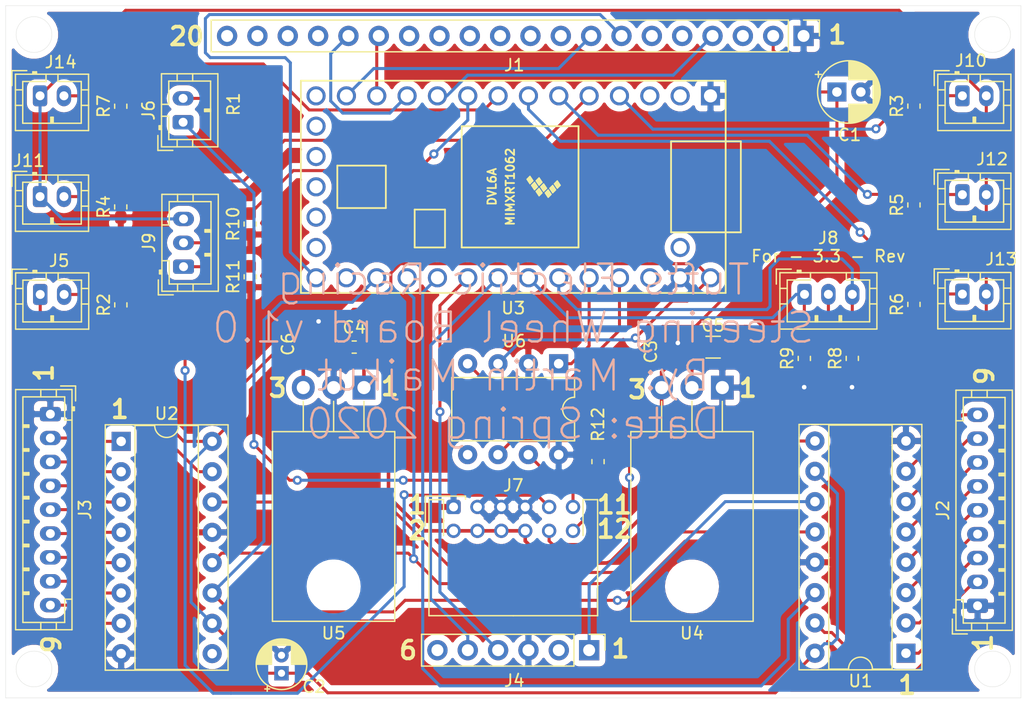
<source format=kicad_pcb>
(kicad_pcb (version 20171130) (host pcbnew "(5.1.4)-1")
  (title_block (title "Steering Wheel Main Board") (date 2020-02-23) (rev v1.0) (company "Tufts Electric Racing") (comment 3 "Date: Spring 2020") (comment 4 "By: Martin Majkut"))
  (layers (0 F.Cu signal) (31 B.Cu signal) (34 B.Paste user) (35 F.Paste user) (36 B.SilkS user) (37 F.SilkS user) (38 B.Mask user) (39 F.Mask user) (44 Edge.Cuts user))
  (net 0 "")
  (net 1 +3V3)
  (net 2 GND)
  (net 3 +5V)
  (net 4 +12V)
  (net 5 "Net-(J1-Pad3)")
  (net 6 OLED_DC)
  (net 7 "Net-(J1-Pad5)")
  (net 8 "Net-(J1-Pad6)")
  (net 9 OLED_SCLK)
  (net 10 OLED_DIN)
  (net 11 "Net-(J1-Pad9)")
  (net 12 "Net-(J1-Pad10)")
  (net 13 "Net-(J1-Pad11)")
  (net 14 "Net-(J1-Pad12)")
  (net 15 "Net-(J1-Pad13)")
  (net 16 "Net-(J1-Pad14)")
  (net 17 OLED_CS)
  (net 18 OLED_RST)
  (net 19 "Net-(J1-Pad17)")
  (net 20 "Net-(J1-Pad18)")
  (net 21 "Net-(J1-Pad19)")
  (net 22 "Net-(J1-Pad20)")
  (net 23 LED1)
  (net 24 LED2)
  (net 25 LED3)
  (net 26 LED4)
  (net 27 LED5)
  (net 28 LED6)
  (net 29 LED7)
  (net 30 LED8)
  (net 31 LED16)
  (net 32 LED15)
  (net 33 LED14)
  (net 34 LED13)
  (net 35 LED12)
  (net 36 LED11)
  (net 37 LED10)
  (net 38 LED9)
  (net 39 "Net-(J4-Pad2)")
  (net 40 Abs_Pos_SDA)
  (net 41 Abs_Pos_SCL)
  (net 42 "Net-(J4-Pad6)")
  (net 43 Start_Input)
  (net 44 IMD_LED_Input)
  (net 45 "Net-(J6-Pad2)")
  (net 46 CAN_High)
  (net 47 CAN_Low)
  (net 48 Forward)
  (net 49 Reverse)
  (net 50 Right_Switch)
  (net 51 "Net-(J9-Pad1)")
  (net 52 Left_Black)
  (net 53 Blue)
  (net 54 Green)
  (net 55 Red)
  (net 56 Right_Black)
  (net 57 SHIFT_REG_SDA)
  (net 58 SHIFT_REG_SCLK)
  (net 59 SHIFT_REG_LATCH)
  (net 60 OUT_TO_SHIFT_REG_2)
  (net 61 "Net-(U2-Pad9)")
  (net 62 "Net-(U3-Pad17)")
  (net 63 "Net-(U3-Pad18)")
  (net 64 "Net-(U3-Pad19)")
  (net 65 "Net-(U3-Pad16)")
  (net 66 "Net-(U3-Pad15)")
  (net 67 "Net-(U3-Pad14)")
  (net 68 "Net-(U3-Pad21)")
  (net 69 CAN_TX)
  (net 70 CAN_RX)
  (net 71 "Net-(U3-Pad31)")
  (net 72 "Net-(U3-Pad34)")
  (net 73 "Net-(U3-Pad3)")
  (net 74 "Net-(U3-Pad2)")
  (net 75 "Net-(U6-Pad5)")
  (module Package_TO_SOT_THT:TO-220-3_Horizontal_TabDown (layer F.Cu) (at 110 82 180)
    (fp_text reference U4 (at 2.54 -20.58) (layer F.SilkS))
    (fp_text value LD1117S33TR_SOT223)
    (pad "" np_thru_hole oval (at 2.54 -16.66 180) (size 3.5 3.5) (drill 3.5) (layers *.Cu *.Mask))
    (pad 1 thru_hole rect (at 0 0 180) (size 1.905 2) (drill 1.1) (layers *.Cu *.Mask) (net 2 GND))
    (pad 2 thru_hole oval (at 2.54 0 180) (size 1.905 2) (drill 1.1) (layers *.Cu *.Mask) (net 1 +3V3))
    (pad 3 thru_hole oval (at 5.08 0 180) (size 1.905 2) (drill 1.1) (layers *.Cu *.Mask) (net 4 +12V))
  )
  (module Capacitor_THT:CP_Radial_D5.0mm_P2.00mm (layer F.Cu) (at 119.59336 57.23636)
    (fp_text reference C1 (at 1.05664 3.59664) (layer F.SilkS))
    (fp_text value 220uF)
    (pad 1 thru_hole rect (at 0 0) (size 1.6 1.6) (drill 0.8) (layers *.Cu *.Mask) (net 1 +3V3))
    (pad 2 thru_hole circle (at 2 0) (size 1.6 1.6) (drill 0.8) (layers *.Cu *.Mask) (net 2 GND))
  )
  (module Capacitor_THT:CP_Radial_D4.0mm_P1.50mm (layer F.Cu) (at 73.09612 105.92816 90)
    (fp_text reference C2 (at -1.13284 2.72288 180) (layer F.SilkS))
    (fp_text value 10uF)
    (pad 1 thru_hole rect (at 0 0 90) (size 1.2 1.2) (drill 0.6) (layers *.Cu *.Mask) (net 3 +5V))
    (pad 2 thru_hole circle (at 1.5 0 90) (size 1.2 1.2) (drill 0.6) (layers *.Cu *.Mask) (net 2 GND))
  )
  (module Capacitor_SMD:C_0603_1608Metric_Pad1.05x0.95mm_HandSolder (layer F.Cu) (at 79.1845 78.60792 180)
    (fp_text reference C4 (at 0 1.64592) (layer F.SilkS))
    (fp_text value 0.33uF)
    (pad 1 smd roundrect (at -0.875 0 180) (size 1.05 0.95) (layers F.Cu F.Paste F.Mask) (net 4 +12V))
    (pad 2 smd roundrect (at 0.875 0 180) (size 1.05 0.95) (layers F.Cu F.Paste F.Mask) (net 2 GND))
  )
  (module Capacitor_SMD:C_1206_3216Metric_Pad1.42x1.75mm_HandSolder (layer F.Cu) (at 109.22856 78.61554)
    (fp_text reference C5 (at 0 -1.82) (layer F.SilkS))
    (fp_text value 100uF)
    (pad 1 smd roundrect (at -1.4875 0) (size 1.425 1.75) (layers F.Cu F.Paste F.Mask) (roundrect_rratio 0.175439) (net 1 +3V3))
    (pad 2 smd roundrect (at 1.4875 0) (size 1.425 1.75) (layers F.Cu F.Paste F.Mask) (roundrect_rratio 0.175439) (net 2 GND))
  )
  (module Connector_JST:JST_PH_B9B-PH-K_1x09_P2.00mm_Vertical (layer F.Cu) (at 131.3688 100.2792 90)
    (fp_text reference J2 (at 8 -2.9 90) (layer F.SilkS))
    (fp_text value Conn_01x09_Female_LED_Right)
    (pad 1 thru_hole roundrect (at 0 0 90) (size 1.2 1.75) (drill 0.75) (layers *.Cu *.Mask) (roundrect_rratio 0.208333) (net 2 GND))
    (pad 2 thru_hole oval (at 2 0 90) (size 1.2 1.75) (drill 0.75) (layers *.Cu *.Mask) (net 23 LED1))
    (pad 3 thru_hole oval (at 4 0 90) (size 1.2 1.75) (drill 0.75) (layers *.Cu *.Mask) (net 24 LED2))
    (pad 4 thru_hole oval (at 6 0 90) (size 1.2 1.75) (drill 0.75) (layers *.Cu *.Mask) (net 25 LED3))
    (pad 5 thru_hole oval (at 8 0 90) (size 1.2 1.75) (drill 0.75) (layers *.Cu *.Mask) (net 26 LED4))
    (pad 6 thru_hole oval (at 10 0 90) (size 1.2 1.75) (drill 0.75) (layers *.Cu *.Mask) (net 27 LED5))
    (pad 7 thru_hole oval (at 12 0 90) (size 1.2 1.75) (drill 0.75) (layers *.Cu *.Mask) (net 28 LED6))
    (pad 8 thru_hole oval (at 14 0 90) (size 1.2 1.75) (drill 0.75) (layers *.Cu *.Mask) (net 29 LED7))
    (pad 9 thru_hole oval (at 16 0 90) (size 1.2 1.75) (drill 0.75) (layers *.Cu *.Mask) (net 30 LED8))
  )
  (module Connector_JST:JST_PH_B9B-PH-K_1x09_P2.00mm_Vertical (layer F.Cu) (at 53.7464 84.2264 270)
    (fp_text reference J3 (at 8 -2.9 270) (layer F.SilkS))
    (fp_text value Conn_01x09_Female_LED_Left)
    (pad 9 thru_hole oval (at 16 0 270) (size 1.2 1.75) (drill 0.75) (layers *.Cu *.Mask) (net 31 LED16))
    (pad 8 thru_hole oval (at 14 0 270) (size 1.2 1.75) (drill 0.75) (layers *.Cu *.Mask) (net 32 LED15))
    (pad 7 thru_hole oval (at 12 0 270) (size 1.2 1.75) (drill 0.75) (layers *.Cu *.Mask) (net 33 LED14))
    (pad 6 thru_hole oval (at 10 0 270) (size 1.2 1.75) (drill 0.75) (layers *.Cu *.Mask) (net 34 LED13))
    (pad 5 thru_hole oval (at 8 0 270) (size 1.2 1.75) (drill 0.75) (layers *.Cu *.Mask) (net 35 LED12))
    (pad 4 thru_hole oval (at 6 0 270) (size 1.2 1.75) (drill 0.75) (layers *.Cu *.Mask) (net 36 LED11))
    (pad 3 thru_hole oval (at 4 0 270) (size 1.2 1.75) (drill 0.75) (layers *.Cu *.Mask) (net 37 LED10))
    (pad 2 thru_hole oval (at 2 0 270) (size 1.2 1.75) (drill 0.75) (layers *.Cu *.Mask) (net 38 LED9))
    (pad 1 thru_hole roundrect (at 0 0 270) (size 1.2 1.75) (drill 0.75) (layers *.Cu *.Mask) (roundrect_rratio 0.208333) (net 2 GND))
  )
  (module Connector_JST:JST_PH_B2B-PH-K_1x02_P2.00mm_Vertical (layer F.Cu) (at 52.89804 74.19848)
    (fp_text reference J5 (at 1.58496 -2.82448) (layer F.SilkS))
    (fp_text value Conn_02x01_Yellow)
    (pad 1 thru_hole roundrect (at 0 0) (size 1.2 1.75) (drill 0.75) (layers *.Cu *.Mask) (roundrect_rratio 0.208333) (net 3 +5V))
    (pad 2 thru_hole oval (at 2 0) (size 1.2 1.75) (drill 0.75) (layers *.Cu *.Mask) (net 43 Start_Input))
  )
  (module Connector_JST:JST_PH_B2B-PH-K_1x02_P2.00mm_Vertical (layer F.Cu) (at 64.8589 59.77128 90)
    (fp_text reference J6 (at 1 -2.9 90) (layer F.SilkS))
    (fp_text value Conn_02x01_IMD_LED)
    (pad 1 thru_hole roundrect (at 0 0 90) (size 1.2 1.75) (drill 0.75) (layers *.Cu *.Mask) (roundrect_rratio 0.208333) (net 44 IMD_LED_Input))
    (pad 2 thru_hole oval (at 2 0 90) (size 1.2 1.75) (drill 0.75) (layers *.Cu *.Mask) (net 45 "Net-(J6-Pad2)"))
  )
  (module Connector_JST:JST_PHD_S12B-PHDSS_2x06_P2.00mm_Horizontal (layer F.Cu) (at 87.5 92)
    (fp_text reference J7 (at 5 -1.8) (layer F.SilkS))
    (fp_text value Conn_02x06_Steering_Wheel_Quick_Release)
    (pad 12 thru_hole circle (at 10 2) (size 1.2 1.2) (drill 0.75) (layers *.Cu *.Mask) (net 46 CAN_High))
    (pad 10 thru_hole circle (at 8 2) (size 1.2 1.2) (drill 0.75) (layers *.Cu *.Mask) (net 47 CAN_Low))
    (pad 8 thru_hole circle (at 6 2) (size 1.2 1.2) (drill 0.75) (layers *.Cu *.Mask) (net 4 +12V))
    (pad 6 thru_hole circle (at 4 2) (size 1.2 1.2) (drill 0.75) (layers *.Cu *.Mask) (net 4 +12V))
    (pad 4 thru_hole circle (at 2 2) (size 1.2 1.2) (drill 0.75) (layers *.Cu *.Mask) (net 4 +12V))
    (pad 2 thru_hole circle (at 0 2) (size 1.2 1.2) (drill 0.75) (layers *.Cu *.Mask) (net 4 +12V))
    (pad 11 thru_hole circle (at 10 0) (size 1.2 1.2) (drill 0.75) (layers *.Cu *.Mask) (net 44 IMD_LED_Input))
    (pad 9 thru_hole circle (at 8 0) (size 1.2 1.2) (drill 0.75) (layers *.Cu *.Mask) (net 43 Start_Input))
    (pad 7 thru_hole circle (at 6 0) (size 1.2 1.2) (drill 0.75) (layers *.Cu *.Mask) (net 2 GND))
    (pad 5 thru_hole circle (at 4 0) (size 1.2 1.2) (drill 0.75) (layers *.Cu *.Mask) (net 2 GND))
    (pad 3 thru_hole circle (at 2 0) (size 1.2 1.2) (drill 0.75) (layers *.Cu *.Mask) (net 2 GND))
    (pad 1 thru_hole roundrect (at 0 0) (size 1.2 1.2) (drill 0.75) (layers *.Cu *.Mask) (roundrect_rratio 0.208333) (net 2 GND))
  )
  (module Connector_JST:JST_PH_B3B-PH-K_1x03_P2.00mm_Vertical (layer F.Cu) (at 116.88064 74.18832)
    (fp_text reference J8 (at 1.99136 -4.71932) (layer F.SilkS))
    (fp_text value Conn_01x03_Two_Pos_Switch)
    (pad 1 thru_hole roundrect (at 0 0) (size 1.2 1.75) (drill 0.75) (layers *.Cu *.Mask) (roundrect_rratio 0.208333) (net 48 Forward))
    (pad 2 thru_hole oval (at 2 0) (size 1.2 1.75) (drill 0.75) (layers *.Cu *.Mask) (net 1 +3V3))
    (pad 3 thru_hole oval (at 4 0) (size 1.2 1.75) (drill 0.75) (layers *.Cu *.Mask) (net 49 Reverse))
  )
  (module Connector_JST:JST_PH_B3B-PH-K_1x03_P2.00mm_Vertical (layer F.Cu) (at 64.89446 71.87184 90)
    (fp_text reference J9 (at 2 -2.9 90) (layer F.SilkS))
    (fp_text value Conn_01x03_Single_Pos_Switch)
    (pad 3 thru_hole oval (at 4 0 90) (size 1.2 1.75) (drill 0.75) (layers *.Cu *.Mask) (net 1 +3V3))
    (pad 2 thru_hole oval (at 2 0 90) (size 1.2 1.75) (drill 0.75) (layers *.Cu *.Mask) (net 50 Right_Switch))
    (pad 1 thru_hole roundrect (at 0 0 90) (size 1.2 1.75) (drill 0.75) (layers *.Cu *.Mask) (roundrect_rratio 0.208333) (net 51 "Net-(J9-Pad1)"))
  )
  (module Connector_JST:JST_PH_B2B-PH-K_1x02_P2.00mm_Vertical (layer F.Cu) (at 130.0988 57.5564)
    (fp_text reference J10 (at 0.7112 -2.9464) (layer F.SilkS))
    (fp_text value Conn_02x01_Left_Black)
    (pad 2 thru_hole oval (at 2 0) (size 1.2 1.75) (drill 0.75) (layers *.Cu *.Mask) (net 1 +3V3))
    (pad 1 thru_hole roundrect (at 0 0) (size 1.2 1.75) (drill 0.75) (layers *.Cu *.Mask) (roundrect_rratio 0.208333) (net 52 Left_Black))
  )
  (module Connector_JST:JST_PH_B2B-PH-K_1x02_P2.00mm_Vertical (layer F.Cu) (at 52.8828 65.99936)
    (fp_text reference J11 (at -0.9398 -3.00736) (layer F.SilkS))
    (fp_text value Conn_02x01_Blue)
    (pad 1 thru_hole roundrect (at 0 0) (size 1.2 1.75) (drill 0.75) (layers *.Cu *.Mask) (roundrect_rratio 0.208333) (net 1 +3V3))
    (pad 2 thru_hole oval (at 2 0) (size 1.2 1.75) (drill 0.75) (layers *.Cu *.Mask) (net 53 Blue))
  )
  (module Connector_JST:JST_PH_B2B-PH-K_1x02_P2.00mm_Vertical (layer F.Cu) (at 130.0988 65.8368)
    (fp_text reference J12 (at 2.4892 -2.9718) (layer F.SilkS))
    (fp_text value Conn_02x01_Green)
    (pad 2 thru_hole oval (at 2 0) (size 1.2 1.75) (drill 0.75) (layers *.Cu *.Mask) (net 1 +3V3))
    (pad 1 thru_hole roundrect (at 0 0) (size 1.2 1.75) (drill 0.75) (layers *.Cu *.Mask) (roundrect_rratio 0.208333) (net 54 Green))
  )
  (module Connector_JST:JST_PH_B2B-PH-K_1x02_P2.00mm_Vertical (layer F.Cu) (at 130.0988 74.168)
    (fp_text reference J13 (at 3.2512 -2.921) (layer F.SilkS))
    (fp_text value Conn_02x01_Red)
    (pad 1 thru_hole roundrect (at 0 0) (size 1.2 1.75) (drill 0.75) (layers *.Cu *.Mask) (roundrect_rratio 0.208333) (net 55 Red))
    (pad 2 thru_hole oval (at 2 0) (size 1.2 1.75) (drill 0.75) (layers *.Cu *.Mask) (net 1 +3V3))
  )
  (module Connector_JST:JST_PH_B2B-PH-K_1x02_P2.00mm_Vertical (layer F.Cu) (at 52.8828 57.5564)
    (fp_text reference J14 (at 1.7272 -2.8194) (layer F.SilkS))
    (fp_text value Conn_02x01_Right_Black)
    (pad 2 thru_hole oval (at 2 0) (size 1.2 1.75) (drill 0.75) (layers *.Cu *.Mask) (net 56 Right_Black))
    (pad 1 thru_hole roundrect (at 0 0) (size 1.2 1.75) (drill 0.75) (layers *.Cu *.Mask) (roundrect_rratio 0.208333) (net 1 +3V3))
  )
  (module Resistor_SMD:R_0402_1005Metric (layer F.Cu) (at 70.25386 58.26266 90)
    (fp_text reference R1 (at 0 -1.17 90) (layer F.SilkS))
    (fp_text value 330)
    (pad 1 smd roundrect (at -0.485 0 90) (size 0.59 0.64) (layers F.Cu F.Paste F.Mask) (net 2 GND))
    (pad 2 smd roundrect (at 0.485 0 90) (size 0.59 0.64) (layers F.Cu F.Paste F.Mask) (net 45 "Net-(J6-Pad2)"))
  )
  (module Resistor_SMD:R_0603_1608Metric_Pad1.05x0.95mm_HandSolder (layer F.Cu) (at 59.64682 75.07094 90)
    (fp_text reference R2 (at 0 -1.43 90) (layer F.SilkS))
    (fp_text value 33k)
    (pad 1 smd roundrect (at -0.875 0 90) (size 1.05 0.95) (layers F.Cu F.Paste F.Mask) (net 2 GND))
    (pad 2 smd roundrect (at 0.875 0 90) (size 1.05 0.95) (layers F.Cu F.Paste F.Mask) (net 43 Start_Input))
  )
  (module Resistor_SMD:R_0603_1608Metric_Pad1.05x0.95mm_HandSolder (layer F.Cu) (at 126.04242 58.42 90)
    (fp_text reference R3 (at 0 -1.43 90) (layer F.SilkS))
    (fp_text value 22k)
    (pad 1 smd roundrect (at -0.875 0 90) (size 1.05 0.95) (layers F.Cu F.Paste F.Mask) (net 2 GND))
    (pad 2 smd roundrect (at 0.875 0 90) (size 1.05 0.95) (layers F.Cu F.Paste F.Mask) (net 52 Left_Black))
  )
  (module Resistor_SMD:R_0603_1608Metric_Pad1.05x0.95mm_HandSolder (layer F.Cu) (at 59.6392 66.8642 90)
    (fp_text reference R4 (at 0 -1.43 90) (layer F.SilkS))
    (fp_text value 22k)
    (pad 1 smd roundrect (at -0.875 0 90) (size 1.05 0.95) (layers F.Cu F.Paste F.Mask) (net 2 GND))
    (pad 2 smd roundrect (at 0.875 0 90) (size 1.05 0.95) (layers F.Cu F.Paste F.Mask) (net 53 Blue))
  )
  (module Resistor_SMD:R_0603_1608Metric_Pad1.05x0.95mm_HandSolder (layer F.Cu) (at 126.04242 66.7004 90)
    (fp_text reference R5 (at 0 -1.43 90) (layer F.SilkS))
    (fp_text value 22k)
    (pad 2 smd roundrect (at 0.875 0 90) (size 1.05 0.95) (layers F.Cu F.Paste F.Mask) (net 54 Green))
    (pad 1 smd roundrect (at -0.875 0 90) (size 1.05 0.95) (layers F.Cu F.Paste F.Mask) (net 2 GND))
  )
  (module Resistor_SMD:R_0603_1608Metric_Pad1.05x0.95mm_HandSolder (layer F.Cu) (at 126.04242 75.0316 90)
    (fp_text reference R6 (at 0 -1.43 90) (layer F.SilkS))
    (fp_text value 22k)
    (pad 1 smd roundrect (at -0.875 0 90) (size 1.05 0.95) (layers F.Cu F.Paste F.Mask) (net 2 GND))
    (pad 2 smd roundrect (at 0.875 0 90) (size 1.05 0.95) (layers F.Cu F.Paste F.Mask) (net 55 Red))
  )
  (module Resistor_SMD:R_0603_1608Metric_Pad1.05x0.95mm_HandSolder (layer F.Cu) (at 59.6392 58.4314 90)
    (fp_text reference R7 (at 0 -1.43 90) (layer F.SilkS))
    (fp_text value 22k)
    (pad 2 smd roundrect (at 0.875 0 90) (size 1.05 0.95) (layers F.Cu F.Paste F.Mask) (net 56 Right_Black))
    (pad 1 smd roundrect (at -0.875 0 90) (size 1.05 0.95) (layers F.Cu F.Paste F.Mask) (net 2 GND))
  )
  (module Resistor_SMD:R_0603_1608Metric_Pad1.05x0.95mm_HandSolder (layer F.Cu) (at 120.88114 79.55534 90)
    (fp_text reference R8 (at 0 -1.43 90) (layer F.SilkS))
    (fp_text value 22k)
    (pad 1 smd roundrect (at -0.875 0 90) (size 1.05 0.95) (layers F.Cu F.Paste F.Mask) (net 2 GND))
    (pad 2 smd roundrect (at 0.875 0 90) (size 1.05 0.95) (layers F.Cu F.Paste F.Mask) (net 49 Reverse))
  )
  (module Resistor_SMD:R_0603_1608Metric_Pad1.05x0.95mm_HandSolder (layer F.Cu) (at 116.8654 79.55788 90)
    (fp_text reference R9 (at 0 -1.43 90) (layer F.SilkS))
    (fp_text value 22k)
    (pad 2 smd roundrect (at 0.875 0 90) (size 1.05 0.95) (layers F.Cu F.Paste F.Mask) (net 48 Forward))
    (pad 1 smd roundrect (at -0.875 0 90) (size 1.05 0.95) (layers F.Cu F.Paste F.Mask) (net 2 GND))
  )
  (module Resistor_SMD:R_0603_1608Metric_Pad1.05x0.95mm_HandSolder (layer F.Cu) (at 70.47484 68.29936 90)
    (fp_text reference R10 (at 0 -1.43 90) (layer F.SilkS))
    (fp_text value 22k)
    (pad 1 smd roundrect (at -0.875 0 90) (size 1.05 0.95) (layers F.Cu F.Paste F.Mask) (net 2 GND))
    (pad 2 smd roundrect (at 0.875 0 90) (size 1.05 0.95) (layers F.Cu F.Paste F.Mask) (net 50 Right_Switch))
  )
  (module Resistor_SMD:R_0603_1608Metric_Pad1.05x0.95mm_HandSolder (layer F.Cu) (at 70.47992 72.71512 90)
    (fp_text reference R11 (at 0 -1.43 90) (layer F.SilkS))
    (fp_text value 22k)
    (pad 2 smd roundrect (at 0.875 0 90) (size 1.05 0.95) (layers F.Cu F.Paste F.Mask) (net 51 "Net-(J9-Pad1)"))
    (pad 1 smd roundrect (at -0.875 0 90) (size 1.05 0.95) (layers F.Cu F.Paste F.Mask) (net 2 GND))
  )
  (module Package_DIP:DIP-16_W7.62mm_Socket (layer F.Cu) (at 125.3744 104.2543 180)
    (fp_text reference U1 (at 3.81 -2.33) (layer F.SilkS))
    (fp_text value SN74HC595N_SHIFT_REG_1)
    (pad 16 thru_hole oval (at 7.62 0 180) (size 1.6 1.6) (drill 0.8) (layers *.Cu *.Mask) (net 3 +5V))
    (pad 8 thru_hole oval (at 0 17.78 180) (size 1.6 1.6) (drill 0.8) (layers *.Cu *.Mask) (net 2 GND))
    (pad 15 thru_hole oval (at 7.62 2.54 180) (size 1.6 1.6) (drill 0.8) (layers *.Cu *.Mask) (net 23 LED1))
    (pad 7 thru_hole oval (at 0 15.24 180) (size 1.6 1.6) (drill 0.8) (layers *.Cu *.Mask) (net 30 LED8))
    (pad 14 thru_hole oval (at 7.62 5.08 180) (size 1.6 1.6) (drill 0.8) (layers *.Cu *.Mask) (net 57 SHIFT_REG_SDA))
    (pad 6 thru_hole oval (at 0 12.7 180) (size 1.6 1.6) (drill 0.8) (layers *.Cu *.Mask) (net 29 LED7))
    (pad 13 thru_hole oval (at 7.62 7.62 180) (size 1.6 1.6) (drill 0.8) (layers *.Cu *.Mask) (net 2 GND))
    (pad 5 thru_hole oval (at 0 10.16 180) (size 1.6 1.6) (drill 0.8) (layers *.Cu *.Mask) (net 28 LED6))
    (pad 12 thru_hole oval (at 7.62 10.16 180) (size 1.6 1.6) (drill 0.8) (layers *.Cu *.Mask) (net 58 SHIFT_REG_SCLK))
    (pad 4 thru_hole oval (at 0 7.62 180) (size 1.6 1.6) (drill 0.8) (layers *.Cu *.Mask) (net 27 LED5))
    (pad 11 thru_hole oval (at 7.62 12.7 180) (size 1.6 1.6) (drill 0.8) (layers *.Cu *.Mask) (net 59 SHIFT_REG_LATCH))
    (pad 3 thru_hole oval (at 0 5.08 180) (size 1.6 1.6) (drill 0.8) (layers *.Cu *.Mask) (net 26 LED4))
    (pad 10 thru_hole oval (at 7.62 15.24 180) (size 1.6 1.6) (drill 0.8) (layers *.Cu *.Mask) (net 3 +5V))
    (pad 2 thru_hole oval (at 0 2.54 180) (size 1.6 1.6) (drill 0.8) (layers *.Cu *.Mask) (net 25 LED3))
    (pad 9 thru_hole oval (at 7.62 17.78 180) (size 1.6 1.6) (drill 0.8) (layers *.Cu *.Mask) (net 60 OUT_TO_SHIFT_REG_2))
    (pad 1 thru_hole rect (at 0 0 180) (size 1.6 1.6) (drill 0.8) (layers *.Cu *.Mask) (net 24 LED2))
  )
  (module Package_DIP:DIP-16_W7.62mm_Socket (layer F.Cu) (at 59.67222 86.50732)
    (fp_text reference U2 (at 3.81 -2.33) (layer F.SilkS))
    (fp_text value SN74HC595N_SHIFT_REG_2)
    (pad 1 thru_hole rect (at 0 0) (size 1.6 1.6) (drill 0.8) (layers *.Cu *.Mask) (net 37 LED10))
    (pad 9 thru_hole oval (at 7.62 17.78) (size 1.6 1.6) (drill 0.8) (layers *.Cu *.Mask) (net 61 "Net-(U2-Pad9)"))
    (pad 2 thru_hole oval (at 0 2.54) (size 1.6 1.6) (drill 0.8) (layers *.Cu *.Mask) (net 36 LED11))
    (pad 10 thru_hole oval (at 7.62 15.24) (size 1.6 1.6) (drill 0.8) (layers *.Cu *.Mask) (net 3 +5V))
    (pad 3 thru_hole oval (at 0 5.08) (size 1.6 1.6) (drill 0.8) (layers *.Cu *.Mask) (net 35 LED12))
    (pad 11 thru_hole oval (at 7.62 12.7) (size 1.6 1.6) (drill 0.8) (layers *.Cu *.Mask) (net 59 SHIFT_REG_LATCH))
    (pad 4 thru_hole oval (at 0 7.62) (size 1.6 1.6) (drill 0.8) (layers *.Cu *.Mask) (net 34 LED13))
    (pad 12 thru_hole oval (at 7.62 10.16) (size 1.6 1.6) (drill 0.8) (layers *.Cu *.Mask) (net 58 SHIFT_REG_SCLK))
    (pad 5 thru_hole oval (at 0 10.16) (size 1.6 1.6) (drill 0.8) (layers *.Cu *.Mask) (net 33 LED14))
    (pad 13 thru_hole oval (at 7.62 7.62) (size 1.6 1.6) (drill 0.8) (layers *.Cu *.Mask) (net 2 GND))
    (pad 6 thru_hole oval (at 0 12.7) (size 1.6 1.6) (drill 0.8) (layers *.Cu *.Mask) (net 32 LED15))
    (pad 14 thru_hole oval (at 7.62 5.08) (size 1.6 1.6) (drill 0.8) (layers *.Cu *.Mask) (net 60 OUT_TO_SHIFT_REG_2))
    (pad 7 thru_hole oval (at 0 15.24) (size 1.6 1.6) (drill 0.8) (layers *.Cu *.Mask) (net 31 LED16))
    (pad 15 thru_hole oval (at 7.62 2.54) (size 1.6 1.6) (drill 0.8) (layers *.Cu *.Mask) (net 38 LED9))
    (pad 8 thru_hole oval (at 0 17.78) (size 1.6 1.6) (drill 0.8) (layers *.Cu *.Mask) (net 2 GND))
    (pad 16 thru_hole oval (at 7.62 0) (size 1.6 1.6) (drill 0.8) (layers *.Cu *.Mask) (net 3 +5V))
  )
  (module teensy.pretty-master:Teensy40 (layer F.Cu) (at 92.5 65.18148 180)
    (fp_text reference U3 (at 0 -10.16) (layer F.SilkS))
    (fp_text value Teensy4.0)
    (fp_text user DVL6A (at 1.778 0 90) (layer F.SilkS) (effects (font (size 0.7 0.7))))
    (fp_text user MIMXRT1062 (at 0.254 0 90) (layer F.SilkS) (effects (font (size 0.7 0.7))))
    (pad 1 thru_hole rect (at -16.51 7.62 180) (size 1.6 1.6) (drill 1.1) (layers *.Cu *.Mask) (net 2 GND))
    (pad 2 thru_hole circle (at -13.97 7.62 180) (size 1.6 1.6) (drill 1.1) (layers *.Cu *.Mask) (net 74 "Net-(U3-Pad2)"))
    (pad 3 thru_hole circle (at -11.43 7.62 180) (size 1.6 1.6) (drill 1.1) (layers *.Cu *.Mask) (net 73 "Net-(U3-Pad3)"))
    (pad 4 thru_hole circle (at -8.89 7.62 180) (size 1.6 1.6) (drill 1.1) (layers *.Cu *.Mask) (net 52 Left_Black))
    (pad 5 thru_hole circle (at -6.35 7.62 180) (size 1.6 1.6) (drill 1.1) (layers *.Cu *.Mask) (net 53 Blue))
    (pad 6 thru_hole circle (at -3.81 7.62 180) (size 1.6 1.6) (drill 1.1) (layers *.Cu *.Mask) (net 54 Green))
    (pad 7 thru_hole circle (at -1.27 7.62 180) (size 1.6 1.6) (drill 1.1) (layers *.Cu *.Mask) (net 55 Red))
    (pad 8 thru_hole circle (at 1.27 7.62 180) (size 1.6 1.6) (drill 1.1) (layers *.Cu *.Mask) (net 56 Right_Black))
    (pad 9 thru_hole circle (at 3.81 7.62 180) (size 1.6 1.6) (drill 1.1) (layers *.Cu *.Mask) (net 50 Right_Switch))
    (pad 10 thru_hole circle (at 6.35 7.62 180) (size 1.6 1.6) (drill 1.1) (layers *.Cu *.Mask) (net 6 OLED_DC))
    (pad 11 thru_hole circle (at 8.89 7.62 180) (size 1.6 1.6) (drill 1.1) (layers *.Cu *.Mask) (net 18 OLED_RST))
    (pad 12 thru_hole circle (at 11.43 7.62 180) (size 1.6 1.6) (drill 1.1) (layers *.Cu *.Mask) (net 17 OLED_CS))
    (pad 13 thru_hole circle (at 13.97 7.62 180) (size 1.6 1.6) (drill 1.1) (layers *.Cu *.Mask) (net 10 OLED_DIN))
    (pad 34 thru_hole circle (at -13.97 -5.08 180) (size 1.6 1.6) (drill 1.1) (layers *.Cu *.Mask) (net 72 "Net-(U3-Pad34)"))
    (pad 33 thru_hole circle (at -16.51 -7.62 180) (size 1.6 1.6) (drill 1.1) (layers *.Cu *.Mask) (net 3 +5V))
    (pad 32 thru_hole circle (at -13.97 -7.62 180) (size 1.6 1.6) (drill 1.1) (layers *.Cu *.Mask) (net 2 GND))
    (pad 31 thru_hole circle (at -11.43 -7.62 180) (size 1.6 1.6) (drill 1.1) (layers *.Cu *.Mask) (net 71 "Net-(U3-Pad31)"))
    (pad 30 thru_hole circle (at -8.89 -7.62 180) (size 1.6 1.6) (drill 1.1) (layers *.Cu *.Mask) (net 70 CAN_RX))
    (pad 29 thru_hole circle (at -6.35 -7.62 180) (size 1.6 1.6) (drill 1.1) (layers *.Cu *.Mask) (net 69 CAN_TX))
    (pad 28 thru_hole circle (at -3.81 -7.62 180) (size 1.6 1.6) (drill 1.1) (layers *.Cu *.Mask) (net 49 Reverse))
    (pad 27 thru_hole circle (at -1.27 -7.62 180) (size 1.6 1.6) (drill 1.1) (layers *.Cu *.Mask) (net 48 Forward))
    (pad 26 thru_hole circle (at 1.27 -7.62 180) (size 1.6 1.6) (drill 1.1) (layers *.Cu *.Mask) (net 41 Abs_Pos_SCL))
    (pad 25 thru_hole circle (at 3.81 -7.62 180) (size 1.6 1.6) (drill 1.1) (layers *.Cu *.Mask) (net 40 Abs_Pos_SDA))
    (pad 24 thru_hole circle (at 6.35 -7.62 180) (size 1.6 1.6) (drill 1.1) (layers *.Cu *.Mask) (net 57 SHIFT_REG_SDA))
    (pad 23 thru_hole circle (at 8.89 -7.62 180) (size 1.6 1.6) (drill 1.1) (layers *.Cu *.Mask) (net 58 SHIFT_REG_SCLK))
    (pad 22 thru_hole circle (at 11.43 -7.62 180) (size 1.6 1.6) (drill 1.1) (layers *.Cu *.Mask) (net 59 SHIFT_REG_LATCH))
    (pad 21 thru_hole circle (at 13.97 -7.62 180) (size 1.6 1.6) (drill 1.1) (layers *.Cu *.Mask) (net 68 "Net-(U3-Pad21)"))
    (pad 14 thru_hole circle (at 16.51 7.62 180) (size 1.6 1.6) (drill 1.1) (layers *.Cu *.Mask) (net 67 "Net-(U3-Pad14)"))
    (pad 15 thru_hole circle (at 16.51 5.08 180) (size 1.6 1.6) (drill 1.1) (layers *.Cu *.Mask) (net 66 "Net-(U3-Pad15)"))
    (pad 16 thru_hole circle (at 16.51 2.54 180) (size 1.6 1.6) (drill 1.1) (layers *.Cu *.Mask) (net 65 "Net-(U3-Pad16)"))
    (pad 20 thru_hole circle (at 16.51 -7.62 180) (size 1.6 1.6) (drill 1.1) (layers *.Cu *.Mask) (net 9 OLED_SCLK))
    (pad 19 thru_hole circle (at 16.51 -5.08 180) (size 1.6 1.6) (drill 1.1) (layers *.Cu *.Mask) (net 64 "Net-(U3-Pad19)"))
    (pad 18 thru_hole circle (at 16.51 -2.54 180) (size 1.6 1.6) (drill 1.1) (layers *.Cu *.Mask) (net 63 "Net-(U3-Pad18)"))
    (pad 17 thru_hole circle (at 16.51 0 180) (size 1.6 1.6) (drill 1.1) (layers *.Cu *.Mask) (net 62 "Net-(U3-Pad17)"))
  )
  (module Package_TO_SOT_THT:TO-220-3_Horizontal_TabDown (layer F.Cu) (at 80 82 180)
    (fp_text reference U5 (at 2.54 -20.58) (layer F.SilkS))
    (fp_text value LM7805_TO220)
    (pad 3 thru_hole oval (at 5.08 0 180) (size 1.905 2) (drill 1.1) (layers *.Cu *.Mask) (net 3 +5V))
    (pad 2 thru_hole oval (at 2.54 0 180) (size 1.905 2) (drill 1.1) (layers *.Cu *.Mask) (net 2 GND))
    (pad 1 thru_hole rect (at 0 0 180) (size 1.905 2) (drill 1.1) (layers *.Cu *.Mask) (net 4 +12V))
    (pad "" np_thru_hole oval (at 2.54 -16.66 180) (size 3.5 3.5) (drill 3.5) (layers *.Cu *.Mask))
  )
  (module Package_DIP:DIP-8_W7.62mm (layer F.Cu) (at 96.3 80 270)
    (fp_text reference U6 (at -1.895 3.717 180) (layer F.SilkS))
    (fp_text value MCP2551-I-P)
    (pad 1 thru_hole rect (at 0 0 270) (size 1.6 1.6) (drill 0.8) (layers *.Cu *.Mask) (net 69 CAN_TX))
    (pad 5 thru_hole oval (at 7.62 7.62 270) (size 1.6 1.6) (drill 0.8) (layers *.Cu *.Mask) (net 75 "Net-(U6-Pad5)"))
    (pad 2 thru_hole oval (at 0 2.54 270) (size 1.6 1.6) (drill 0.8) (layers *.Cu *.Mask) (net 2 GND))
    (pad 6 thru_hole oval (at 7.62 5.08 270) (size 1.6 1.6) (drill 0.8) (layers *.Cu *.Mask) (net 47 CAN_Low))
    (pad 3 thru_hole oval (at 0 5.08 270) (size 1.6 1.6) (drill 0.8) (layers *.Cu *.Mask) (net 3 +5V))
    (pad 7 thru_hole oval (at 7.62 2.54 270) (size 1.6 1.6) (drill 0.8) (layers *.Cu *.Mask) (net 46 CAN_High))
    (pad 4 thru_hole oval (at 0 7.62 270) (size 1.6 1.6) (drill 0.8) (layers *.Cu *.Mask) (net 70 CAN_RX))
    (pad 8 thru_hole oval (at 7.62 0 270) (size 1.6 1.6) (drill 0.8) (layers *.Cu *.Mask) (net 2 GND))
  )
  (module Connector_PinHeader_2.54mm:PinHeader_1x20_P2.54mm_Vertical (layer F.Cu) (at 116.8 52.54 270)
    (fp_text reference J1 (at 2.451 24.217 180) (layer F.SilkS))
    (fp_text value Conn_01x20_Female_OLED)
    (pad 20 thru_hole oval (at 0 48.26 270) (size 1.7 1.7) (drill 1) (layers *.Cu *.Mask) (net 22 "Net-(J1-Pad20)"))
    (pad 19 thru_hole oval (at 0 45.72 270) (size 1.7 1.7) (drill 1) (layers *.Cu *.Mask) (net 21 "Net-(J1-Pad19)"))
    (pad 18 thru_hole oval (at 0 43.18 270) (size 1.7 1.7) (drill 1) (layers *.Cu *.Mask) (net 20 "Net-(J1-Pad18)"))
    (pad 17 thru_hole oval (at 0 40.64 270) (size 1.7 1.7) (drill 1) (layers *.Cu *.Mask) (net 19 "Net-(J1-Pad17)"))
    (pad 16 thru_hole oval (at 0 38.1 270) (size 1.7 1.7) (drill 1) (layers *.Cu *.Mask) (net 18 OLED_RST))
    (pad 15 thru_hole oval (at 0 35.56 270) (size 1.7 1.7) (drill 1) (layers *.Cu *.Mask) (net 17 OLED_CS))
    (pad 14 thru_hole oval (at 0 33.02 270) (size 1.7 1.7) (drill 1) (layers *.Cu *.Mask) (net 16 "Net-(J1-Pad14)"))
    (pad 13 thru_hole oval (at 0 30.48 270) (size 1.7 1.7) (drill 1) (layers *.Cu *.Mask) (net 15 "Net-(J1-Pad13)"))
    (pad 12 thru_hole oval (at 0 27.94 270) (size 1.7 1.7) (drill 1) (layers *.Cu *.Mask) (net 14 "Net-(J1-Pad12)"))
    (pad 11 thru_hole oval (at 0 25.4 270) (size 1.7 1.7) (drill 1) (layers *.Cu *.Mask) (net 13 "Net-(J1-Pad11)"))
    (pad 10 thru_hole oval (at 0 22.86 270) (size 1.7 1.7) (drill 1) (layers *.Cu *.Mask) (net 12 "Net-(J1-Pad10)"))
    (pad 9 thru_hole oval (at 0 20.32 270) (size 1.7 1.7) (drill 1) (layers *.Cu *.Mask) (net 11 "Net-(J1-Pad9)"))
    (pad 8 thru_hole oval (at 0 17.78 270) (size 1.7 1.7) (drill 1) (layers *.Cu *.Mask) (net 10 OLED_DIN))
    (pad 7 thru_hole oval (at 0 15.24 270) (size 1.7 1.7) (drill 1) (layers *.Cu *.Mask) (net 9 OLED_SCLK))
    (pad 6 thru_hole oval (at 0 12.7 270) (size 1.7 1.7) (drill 1) (layers *.Cu *.Mask) (net 8 "Net-(J1-Pad6)"))
    (pad 5 thru_hole oval (at 0 10.16 270) (size 1.7 1.7) (drill 1) (layers *.Cu *.Mask) (net 7 "Net-(J1-Pad5)"))
    (pad 4 thru_hole oval (at 0 7.62 270) (size 1.7 1.7) (drill 1) (layers *.Cu *.Mask) (net 6 OLED_DC))
    (pad 3 thru_hole oval (at 0 5.08 270) (size 1.7 1.7) (drill 1) (layers *.Cu *.Mask) (net 5 "Net-(J1-Pad3)"))
    (pad 2 thru_hole oval (at 0 2.54 270) (size 1.7 1.7) (drill 1) (layers *.Cu *.Mask) (net 1 +3V3))
    (pad 1 thru_hole rect (at 0 0 270) (size 1.7 1.7) (drill 1) (layers *.Cu *.Mask) (net 2 GND))
  )
  (module Connector_PinHeader_2.54mm:PinHeader_1x06_P2.54mm_Vertical (layer F.Cu) (at 98.85 104 270)
    (fp_text reference J4 (at 2.553 6.267 180) (layer F.SilkS))
    (fp_text value Conn_01x06_Female_Abs_Pos)
    (pad 1 thru_hole rect (at 0 0 270) (size 1.7 1.7) (drill 1) (layers *.Cu *.Mask) (net 1 +3V3))
    (pad 2 thru_hole oval (at 0 2.54 270) (size 1.7 1.7) (drill 1) (layers *.Cu *.Mask) (net 39 "Net-(J4-Pad2)"))
    (pad 3 thru_hole oval (at 0 5.08 270) (size 1.7 1.7) (drill 1) (layers *.Cu *.Mask) (net 2 GND))
    (pad 4 thru_hole oval (at 0 7.62 270) (size 1.7 1.7) (drill 1) (layers *.Cu *.Mask) (net 40 Abs_Pos_SDA))
    (pad 5 thru_hole oval (at 0 10.16 270) (size 1.7 1.7) (drill 1) (layers *.Cu *.Mask) (net 41 Abs_Pos_SCL))
    (pad 6 thru_hole oval (at 0 12.7 270) (size 1.7 1.7) (drill 1) (layers *.Cu *.Mask) (net 42 "Net-(J4-Pad6)"))
  )
  (module Capacitor_SMD:C_0402_1005Metric (layer F.Cu) (at 105.1814 78.99654 90)
    (fp_text reference C3 (at 0 -1.17 90) (layer F.SilkS))
    (fp_text value 0.1uF)
    (pad 1 smd roundrect (at -0.485 0 90) (size 0.59 0.64) (layers F.Cu F.Paste F.Mask) (net 4 +12V))
    (pad 2 smd roundrect (at 0.485 0 90) (size 0.59 0.64) (layers F.Cu F.Paste F.Mask) (net 2 GND))
  )
  (module Capacitor_SMD:C_0402_1005Metric (layer F.Cu) (at 74.803 78.359 90)
    (fp_text reference C6 (at 0 -1.17 90) (layer F.SilkS))
    (fp_text value 0.1uF)
    (pad 2 smd roundrect (at 0.485 0 90) (size 0.59 0.64) (layers F.Cu F.Paste F.Mask) (net 2 GND))
    (pad 1 smd roundrect (at -0.485 0 90) (size 0.59 0.64) (layers F.Cu F.Paste F.Mask) (net 3 +5V))
  )
  (module Resistor_SMD:R_0603_1608Metric_Pad1.05x0.95mm_HandSolder (layer F.Cu) (at 99.5934 88.2028 90)
    (fp_text reference R12 (at 3.1128 0 90) (layer F.SilkS))
    (fp_text value 120)
    (pad 1 smd roundrect (at -0.875 0 90) (size 1.05 0.95) (layers F.Cu F.Paste F.Mask) (net 46 CAN_High))
    (pad 2 smd roundrect (at 0.875 0 90) (size 1.05 0.95) (layers F.Cu F.Paste F.Mask) (net 47 CAN_Low))
  )
  (gr_text "Tufts Electric Racing\nSteering Wheel Board v1.0\nBy: Martin Majkut\nDate: Spring 2020" (at 92.5 79) (layer B.SilkS) (effects (font (size 2.5 2.5) (thickness 0.2)) (justify mirror)))
  (gr_text 1 (at 125.476 106.934) (layer F.SilkS) (effects (font (size 1.5 1.5) (thickness 0.3))))
  (gr_text 1 (at 59.563 83.82) (layer F.SilkS) (effects (font (size 1.5 1.5) (thickness 0.3))))
  (gr_text 1 (at 112.141 82.042) (layer F.SilkS) (effects (font (size 1.5 1.5) (thickness 0.3))))
  (gr_text 3 (at 102.87 82.169) (layer F.SilkS) (effects (font (size 1.5 1.5) (thickness 0.3))))
  (gr_text 3 (at 72.771 82.042) (layer F.SilkS) (effects (font (size 1.5 1.5) (thickness 0.3))))
  (gr_text 1 (at 82.169 81.915) (layer F.SilkS) (effects (font (size 1.5 1.5) (thickness 0.3))))
  (gr_text 1 (at 131.826 103.378 90) (layer F.SilkS) (effects (font (size 1.5 1.5) (thickness 0.3))))
  (gr_text 9 (at 131.953 81.026 90) (layer F.SilkS) (effects (font (size 1.5 1.5) (thickness 0.3))))
  (gr_text 9 (at 53.848 103.505 90) (layer F.SilkS) (effects (font (size 1.5 1.5) (thickness 0.3))))
  (gr_text 1 (at 53.213 80.772 90) (layer F.SilkS) (effects (font (size 1.5 1.5) (thickness 0.3))))
  (gr_text 6 (at 83.693 104.013) (layer F.SilkS) (effects (font (size 1.5 1.5) (thickness 0.3))))
  (gr_text 1 (at 101.473 103.886) (layer F.SilkS) (effects (font (size 1.5 1.5) (thickness 0.3))))
  (gr_text 12 (at 100.965 93.853) (layer F.SilkS) (effects (font (size 1.5 1.5) (thickness 0.3))))
  (gr_text 11 (at 100.965 91.821) (layer F.SilkS) (effects (font (size 1.5 1.5) (thickness 0.3))))
  (gr_text 2 (at 84.455 93.98) (layer F.SilkS) (effects (font (size 1.5 1.5) (thickness 0.3))))
  (gr_text 1 (at 84.455 91.821) (layer F.SilkS) (effects (font (size 1.5 1.5) (thickness 0.3))))
  (gr_text "For - 3.3 - Rev" (at 118.872 70.993) (layer F.SilkS) (effects (font (size 1 1))))
  (gr_text 20 (at 65.151 52.578) (layer F.SilkS) (effects (font (size 1.5 1.5) (thickness 0.3))))
  (gr_text 1 (at 119.634 52.451) (layer F.SilkS) (effects (font (size 1.5 1.5) (thickness 0.3))))
  (gr_circle (center 132.625 105.575) (end 134.125 105.575) (layer Edge.Cuts) (width 0.0254))
  (gr_circle (center 52.375 105.575) (end 53.875 105.575) (layer Edge.Cuts) (width 0.0254))
  (gr_circle (center 132.625 52.425) (end 134.125 52.425) (layer Edge.Cuts) (width 0.0254))
  (gr_circle (center 52.375 52.425) (end 53.875 52.425) (layer Edge.Cuts) (width 0.0254))
  (gr_line (start 50 50) (end 135 50) (layer Edge.Cuts) (width 0.0254))
  (gr_line (start 135 50) (end 135 108) (layer Edge.Cuts) (width 0.0254))
  (gr_line (start 50 108) (end 135 108) (layer Edge.Cuts) (width 0.0254))
  (gr_line (start 50 50) (end 50 108) (layer Edge.Cuts) (width 0.0254))
  (segment (start 98.85 104) (end 98.85 98.635) (width 0.254) (layer B.Cu) (net 1))
  (segment (start 107.46 82) (end 107.46 80.5) (width 0.254) (layer F.Cu) (net 1))
  (segment (start 107.74106 80.21894) (end 107.74106 78.61554) (width 0.254) (layer F.Cu) (net 1))
  (segment (start 107.46 80.5) (end 107.74106 80.21894) (width 0.254) (layer F.Cu) (net 1))
  (segment (start 98.85 98.635) (end 98.85 98.508) (width 0.254) (layer B.Cu) (net 1))
  (via (at 102.235 89.535) (size 0.762) (drill 0.381) (layers F.Cu B.Cu) (net 1))
  (segment (start 107.74106 76.88006) (end 107.74106 78.61554) (width 0.254) (layer F.Cu) (net 1))
  (segment (start 119.59336 65.02776) (end 119.59336 57.23636) (width 0.254) (layer F.Cu) (net 1))
  (segment (start 107.74106 76.88006) (end 119.59336 65.02776) (width 0.254) (layer F.Cu) (net 1))
  (segment (start 111.86734 76.88006) (end 112.28766 76.88006) (width 0.254) (layer F.Cu) (net 1))
  (segment (start 111.86734 76.88006) (end 112.05906 76.88006) (width 0.254) (layer F.Cu) (net 1))
  (segment (start 107.74106 76.88006) (end 111.86734 76.88006) (width 0.254) (layer F.Cu) (net 1))
  (segment (start 112.28766 76.88006) (end 113.665 78.2574) (width 0.254) (layer F.Cu) (net 1))
  (segment (start 113.665 78.2574) (end 113.665 81.9912) (width 0.254) (layer F.Cu) (net 1))
  (segment (start 113.665 81.9912) (end 115.316 83.6422) (width 0.254) (layer F.Cu) (net 1))
  (segment (start 132.0988 78.6704) (end 132.0988 74.168) (width 0.254) (layer F.Cu) (net 1))
  (segment (start 127.127 83.6422) (end 132.0988 78.6704) (width 0.254) (layer F.Cu) (net 1))
  (segment (start 118.88064 83.44764) (end 119.0752 83.6422) (width 0.254) (layer F.Cu) (net 1))
  (segment (start 118.88064 74.18832) (end 118.88064 83.44764) (width 0.254) (layer F.Cu) (net 1))
  (segment (start 115.316 83.6422) (end 119.0752 83.6422) (width 0.254) (layer F.Cu) (net 1))
  (segment (start 119.0752 83.6422) (end 127.127 83.6422) (width 0.254) (layer F.Cu) (net 1))
  (segment (start 132.0988 74.168) (end 132.0988 65.8368) (width 0.254) (layer F.Cu) (net 1))
  (segment (start 132.0988 64.7078) (end 132.0988 57.5564) (width 0.254) (layer F.Cu) (net 1))
  (segment (start 132.0988 65.8368) (end 132.0988 64.7078) (width 0.254) (layer F.Cu) (net 1))
  (segment (start 114.26 52.957) (end 114.26 52.54) (width 0.254) (layer F.Cu) (net 1))
  (segment (start 119.59336 57.23636) (end 118.53936 57.23636) (width 0.254) (layer F.Cu) (net 1))
  (segment (start 117.754279 57.23636) (end 118.53936 57.23636) (width 0.254) (layer F.Cu) (net 1))
  (segment (start 114.26 53.742081) (end 117.754279 57.23636) (width 0.254) (layer F.Cu) (net 1))
  (segment (start 114.26 52.54) (end 114.26 53.742081) (width 0.254) (layer F.Cu) (net 1))
  (segment (start 60.04549 50.39371) (end 52.8828 57.5564) (width 0.254) (layer F.Cu) (net 1))
  (segment (start 124.803496 50.39371) (end 60.04549 50.39371) (width 0.254) (layer F.Cu) (net 1))
  (segment (start 132.0988 57.5564) (end 131.966186 57.5564) (width 0.254) (layer F.Cu) (net 1))
  (segment (start 131.966186 57.5564) (end 124.803496 50.39371) (width 0.254) (layer F.Cu) (net 1))
  (segment (start 52.8828 58.5314) (end 52.8828 65.99936) (width 0.254) (layer B.Cu) (net 1))
  (segment (start 52.8828 57.5564) (end 52.8828 58.5314) (width 0.254) (layer B.Cu) (net 1))
  (segment (start 54.75528 67.87184) (end 52.8828 65.99936) (width 0.254) (layer B.Cu) (net 1))
  (segment (start 64.89446 67.87184) (end 54.75528 67.87184) (width 0.254) (layer B.Cu) (net 1))
  (segment (start 106.26664 76.88006) (end 107.74106 76.88006) (width 0.254) (layer F.Cu) (net 1))
  (segment (start 104.98394 76.88006) (end 106.26664 76.88006) (width 0.254) (layer F.Cu) (net 1))
  (segment (start 102.235 89.535) (end 102.235 79.629) (width 0.254) (layer F.Cu) (net 1))
  (segment (start 102.235 79.629) (end 104.98394 76.88006) (width 0.254) (layer F.Cu) (net 1))
  (segment (start 102.235 95.123) (end 100.0506 97.3074) (width 0.254) (layer B.Cu) (net 1))
  (segment (start 100.0506 97.3074) (end 100.965 96.393) (width 0.254) (layer B.Cu) (net 1))
  (segment (start 98.85 98.508) (end 100.0506 97.3074) (width 0.254) (layer B.Cu) (net 1))
  (segment (start 102.235 95.123) (end 102.235 89.535) (width 0.254) (layer B.Cu) (net 1))
  (via (at 106.27614 78.26248) (size 0.762) (drill 0.381) (layers F.Cu B.Cu) (net 2))
  (via (at 116.8527 81.9658) (size 0.762) (drill 0.381) (layers F.Cu B.Cu) (net 2))
  (segment (start 116.8654 80.43288) (end 116.8654 81.9531) (width 0.254) (layer F.Cu) (net 2))
  (segment (start 116.8654 81.9531) (end 116.8527 81.9658) (width 0.254) (layer F.Cu) (net 2))
  (segment (start 120.88114 81.05534) (end 120.87098 81.0655) (width 0.254) (layer F.Cu) (net 2))
  (segment (start 120.88114 80.43034) (end 120.88114 81.05534) (width 0.254) (layer F.Cu) (net 2))
  (via (at 120.85574 81.9658) (size 0.762) (drill 0.381) (layers F.Cu B.Cu) (net 2))
  (segment (start 120.87098 81.0655) (end 120.87098 81.95056) (width 0.254) (layer F.Cu) (net 2))
  (segment (start 120.87098 81.95056) (end 120.85574 81.9658) (width 0.254) (layer F.Cu) (net 2))
  (segment (start 117.233699 82.346799) (end 116.8527 81.9658) (width 0.254) (layer B.Cu) (net 2))
  (segment (start 120.474741 82.346799) (end 117.233699 82.346799) (width 0.254) (layer B.Cu) (net 2))
  (segment (start 120.85574 81.9658) (end 120.474741 82.346799) (width 0.254) (layer B.Cu) (net 2))
  (segment (start 113.14938 78.26248) (end 106.27614 78.26248) (width 0.254) (layer B.Cu) (net 2))
  (segment (start 116.8527 81.9658) (end 113.14938 78.26248) (width 0.254) (layer B.Cu) (net 2))
  (segment (start 106.02708 78.51154) (end 106.27614 78.26248) (width 0.254) (layer F.Cu) (net 2))
  (segment (start 105.1814 78.51154) (end 106.02708 78.51154) (width 0.254) (layer F.Cu) (net 2))
  (segment (start 74.803 77.479) (end 75.828 76.454) (width 0.29972) (layer F.Cu) (net 2))
  (segment (start 74.803 77.874) (end 74.803 77.479) (width 0.29972) (layer F.Cu) (net 2))
  (via (at 76.2 76.454) (size 0.762) (drill 0.381) (layers F.Cu B.Cu) (net 2))
  (segment (start 75.828 76.454) (end 76.2 76.454) (width 0.29972) (layer F.Cu) (net 2))
  (segment (start 76.2 76.454) (end 77.089 76.454) (width 0.29972) (layer B.Cu) (net 2))
  (segment (start 77.46 76.825) (end 77.46 82) (width 0.29972) (layer B.Cu) (net 2))
  (segment (start 77.089 76.454) (end 77.46 76.825) (width 0.29972) (layer B.Cu) (net 2))
  (segment (start 78.3095 78.60792) (end 78.3095 79.9325) (width 0.29972) (layer F.Cu) (net 2))
  (segment (start 77.46 80.70028) (end 77.46 82) (width 0.29972) (layer F.Cu) (net 2))
  (segment (start 78.22778 79.9325) (end 77.46 80.70028) (width 0.29972) (layer F.Cu) (net 2))
  (segment (start 78.3095 79.9325) (end 78.22778 79.9325) (width 0.29972) (layer F.Cu) (net 2))
  (segment (start 71.47306 105.92816) (end 67.29222 101.74732) (width 0.254) (layer F.Cu) (net 3))
  (segment (start 73.09612 105.92816) (end 71.47306 105.92816) (width 0.254) (layer F.Cu) (net 3))
  (segment (start 73.09612 105.92816) (end 75.32116 105.92816) (width 0.254) (layer F.Cu) (net 3))
  (segment (start 75.32116 105.92816) (end 76.962 107.569) (width 0.254) (layer F.Cu) (net 3))
  (segment (start 114.4397 107.569) (end 117.7544 104.2543) (width 0.254) (layer F.Cu) (net 3))
  (segment (start 76.962 107.569) (end 114.4397 107.569) (width 0.254) (layer F.Cu) (net 3))
  (segment (start 52.89804 75.63104) (end 52.89804 74.19848) (width 0.254) (layer F.Cu) (net 3))
  (segment (start 67.29222 86.50732) (end 64.91732 86.50732) (width 0.254) (layer F.Cu) (net 3))
  (segment (start 64.91732 86.50732) (end 56.388 77.978) (width 0.254) (layer F.Cu) (net 3))
  (segment (start 55.245 77.978) (end 52.89804 75.63104) (width 0.254) (layer F.Cu) (net 3))
  (segment (start 56.388 77.978) (end 55.245 77.978) (width 0.254) (layer F.Cu) (net 3))
  (segment (start 67.29222 101.74732) (end 65.532 99.9871) (width 0.254) (layer B.Cu) (net 3))
  (segment (start 65.532 88.26754) (end 67.29222 86.50732) (width 0.254) (layer B.Cu) (net 3))
  (segment (start 65.532 99.9871) (end 65.532 88.26754) (width 0.254) (layer B.Cu) (net 3))
  (segment (start 118.554399 103.454301) (end 119.176699 103.454301) (width 0.254) (layer B.Cu) (net 3))
  (segment (start 117.7544 104.2543) (end 118.554399 103.454301) (width 0.254) (layer B.Cu) (net 3))
  (segment (start 119.176699 103.454301) (end 119.634 102.997) (width 0.254) (layer B.Cu) (net 3))
  (segment (start 119.634 90.8939) (end 117.7544 89.0143) (width 0.254) (layer B.Cu) (net 3))
  (segment (start 119.634 102.997) (end 119.634 90.8939) (width 0.254) (layer B.Cu) (net 3))
  (segment (start 74.8894 81.9694) (end 74.92 82) (width 0.254) (layer F.Cu) (net 3))
  (segment (start 109.01 72.80148) (end 107.828999 71.620479) (width 0.254) (layer F.Cu) (net 3))
  (segment (start 91.22 80) (end 93.2166 78.0034) (width 0.254) (layer B.Cu) (net 3))
  (via (at 102.7176 77.851) (size 0.762) (drill 0.381) (layers F.Cu B.Cu) (net 3))
  (segment (start 93.2166 78.0034) (end 102.5652 78.0034) (width 0.254) (layer B.Cu) (net 3))
  (segment (start 102.5652 78.0034) (end 102.7176 77.851) (width 0.254) (layer B.Cu) (net 3))
  (segment (start 107.05928 74.7522) (end 109.01 72.80148) (width 0.254) (layer F.Cu) (net 3))
  (segment (start 102.7176 77.851) (end 105.8164 74.7522) (width 0.254) (layer F.Cu) (net 3))
  (segment (start 105.8164 74.7522) (end 107.05928 74.7522) (width 0.254) (layer F.Cu) (net 3))
  (segment (start 82.251001 72.412597) (end 82.251001 74.263799) (width 0.254) (layer F.Cu) (net 3))
  (segment (start 83.043119 71.620479) (end 82.251001 72.412597) (width 0.254) (layer F.Cu) (net 3))
  (segment (start 107.828999 71.620479) (end 83.043119 71.620479) (width 0.254) (layer F.Cu) (net 3))
  (segment (start 81.0768 75.438) (end 82.251001 74.263799) (width 0.254) (layer F.Cu) (net 3))
  (segment (start 74.803 81.883) (end 74.92 82) (width 0.254) (layer F.Cu) (net 3))
  (segment (start 69.723 84.07654) (end 67.29222 86.50732) (width 0.254) (layer F.Cu) (net 3))
  (segment (start 69.723 81.8642) (end 69.723 84.07654) (width 0.254) (layer F.Cu) (net 3))
  (segment (start 72.7202 78.867) (end 69.723 81.8642) (width 0.254) (layer F.Cu) (net 3))
  (segment (start 73.025 78.867) (end 72.7202 78.867) (width 0.254) (layer F.Cu) (net 3))
  (segment (start 74.803 78.844) (end 73.048 78.844) (width 0.254) (layer F.Cu) (net 3))
  (segment (start 73.048 78.844) (end 73.025 78.867) (width 0.254) (layer F.Cu) (net 3))
  (segment (start 80.264 75.438) (end 81.0768 75.438) (width 0.254) (layer F.Cu) (net 3))
  (segment (start 74.803 78.844) (end 75.715 78.844) (width 0.254) (layer F.Cu) (net 3))
  (segment (start 79.121 75.438) (end 80.264 75.438) (width 0.254) (layer F.Cu) (net 3))
  (segment (start 75.715 78.844) (end 79.121 75.438) (width 0.254) (layer F.Cu) (net 3))
  (segment (start 74.92 78.961) (end 74.803 78.844) (width 0.29972) (layer F.Cu) (net 3))
  (segment (start 74.92 82) (end 74.92 78.961) (width 0.29972) (layer F.Cu) (net 3))
  (segment (start 93.5 94) (end 91.5 94) (width 0.29972) (layer F.Cu) (net 4))
  (segment (start 91.5 94) (end 89.5 94) (width 0.29972) (layer F.Cu) (net 4))
  (segment (start 89.5 94) (end 87.5 94) (width 0.29972) (layer F.Cu) (net 4))
  (segment (start 94.536472 95.885) (end 100.203 95.885) (width 0.29972) (layer F.Cu) (net 4))
  (segment (start 93.5 94.848528) (end 94.536472 95.885) (width 0.29972) (layer F.Cu) (net 4))
  (segment (start 93.5 94) (end 93.5 94.848528) (width 0.29972) (layer F.Cu) (net 4))
  (segment (start 105.1814 80.43888) (end 105.1814 79.31654) (width 0.29972) (layer F.Cu) (net 4))
  (segment (start 104.92 82) (end 104.92 80.70028) (width 0.29972) (layer F.Cu) (net 4))
  (segment (start 104.92 80.70028) (end 105.1814 80.43888) (width 0.29972) (layer F.Cu) (net 4))
  (segment (start 80 78.66742) (end 80.0595 78.60792) (width 0.29972) (layer F.Cu) (net 4))
  (segment (start 80 82) (end 80 78.66742) (width 0.29972) (layer F.Cu) (net 4))
  (segment (start 101.82574 94.26226) (end 101.8159 94.2721) (width 0.254) (layer F.Cu) (net 4))
  (segment (start 84.920962 94) (end 82.0547 91.133738) (width 0.29972) (layer F.Cu) (net 4))
  (segment (start 87.5 94) (end 84.920962 94) (width 0.29972) (layer F.Cu) (net 4))
  (segment (start 82.0547 79.97812) (end 82.0547 80.2005) (width 0.29972) (layer F.Cu) (net 4))
  (segment (start 80.6845 78.60792) (end 82.0547 79.97812) (width 0.29972) (layer F.Cu) (net 4))
  (segment (start 80.0595 78.60792) (end 80.6845 78.60792) (width 0.29972) (layer F.Cu) (net 4))
  (segment (start 82.0547 91.133738) (end 82.0547 80.2005) (width 0.29972) (layer F.Cu) (net 4))
  (segment (start 104.92 91.168) (end 101.5365 94.5515) (width 0.29972) (layer F.Cu) (net 4))
  (segment (start 104.92 82) (end 104.92 91.168) (width 0.29972) (layer F.Cu) (net 4))
  (segment (start 100.203 95.885) (end 101.5365 94.5515) (width 0.29972) (layer F.Cu) (net 4))
  (segment (start 101.5365 94.5515) (end 101.8159 94.2721) (width 0.29972) (layer F.Cu) (net 4))
  (segment (start 86.942118 57.56148) (end 88.674398 55.8292) (width 0.254) (layer B.Cu) (net 6))
  (segment (start 86.15 57.56148) (end 86.942118 57.56148) (width 0.254) (layer B.Cu) (net 6))
  (segment (start 105.8908 55.8292) (end 109.18 52.54) (width 0.254) (layer B.Cu) (net 6))
  (segment (start 88.674398 55.8292) (end 105.8908 55.8292) (width 0.254) (layer B.Cu) (net 6))
  (segment (start 73.8378 54.7878) (end 73.8378 70.64928) (width 0.254) (layer B.Cu) (net 9))
  (segment (start 73.406 54.356) (end 73.8378 54.7878) (width 0.254) (layer B.Cu) (net 9))
  (segment (start 73.8378 70.64928) (end 75.99 72.80148) (width 0.254) (layer B.Cu) (net 9))
  (segment (start 99.7692 50.7492) (end 67.056 50.7492) (width 0.254) (layer B.Cu) (net 9))
  (segment (start 101.56 52.54) (end 99.7692 50.7492) (width 0.254) (layer B.Cu) (net 9))
  (segment (start 67.056 50.7492) (end 66.7258 51.0794) (width 0.254) (layer B.Cu) (net 9))
  (segment (start 66.7258 51.0794) (end 66.7258 53.9496) (width 0.254) (layer B.Cu) (net 9))
  (segment (start 66.7258 53.9496) (end 67.1322 54.356) (width 0.254) (layer B.Cu) (net 9))
  (segment (start 67.1322 54.356) (end 73.406 54.356) (width 0.254) (layer B.Cu) (net 9))
  (segment (start 78.53 57.56148) (end 80.82108 55.2704) (width 0.254) (layer B.Cu) (net 10))
  (segment (start 96.2896 55.2704) (end 99.02 52.54) (width 0.254) (layer B.Cu) (net 10))
  (segment (start 80.82108 55.2704) (end 96.2896 55.2704) (width 0.254) (layer B.Cu) (net 10))
  (segment (start 81.07 52.71) (end 81.24 52.54) (width 0.254) (layer F.Cu) (net 17))
  (segment (start 81.07 57.56148) (end 81.07 52.71) (width 0.254) (layer F.Cu) (net 17))
  (segment (start 83.61 57.56148) (end 82.16728 59.0042) (width 0.254) (layer B.Cu) (net 18))
  (segment (start 78.224838 59.0042) (end 77.216 57.995362) (width 0.254) (layer B.Cu) (net 18))
  (segment (start 82.16728 59.0042) (end 78.224838 59.0042) (width 0.254) (layer B.Cu) (net 18))
  (segment (start 77.216 54.024) (end 78.7 52.54) (width 0.254) (layer B.Cu) (net 18))
  (segment (start 77.216 57.995362) (end 77.216 54.024) (width 0.254) (layer B.Cu) (net 18))
  (segment (start 118.554399 102.514299) (end 117.7544 101.7143) (width 0.254) (layer F.Cu) (net 23))
  (segment (start 131.0938 98.2792) (end 129.286 100.087) (width 0.254) (layer F.Cu) (net 23))
  (segment (start 131.3688 98.2792) (end 131.0938 98.2792) (width 0.254) (layer F.Cu) (net 23))
  (segment (start 129.286 100.087) (end 129.286 102.628502) (width 0.254) (layer F.Cu) (net 23))
  (segment (start 129.286 102.628502) (end 125.996502 105.918) (width 0.254) (layer F.Cu) (net 23))
  (segment (start 119.151299 102.514299) (end 118.554399 102.514299) (width 0.254) (layer F.Cu) (net 23))
  (segment (start 125.996502 105.918) (end 122.555 105.918) (width 0.254) (layer F.Cu) (net 23))
  (segment (start 122.555 105.918) (end 119.151299 102.514299) (width 0.254) (layer F.Cu) (net 23))
  (segment (start 126.4284 104.2543) (end 125.3744 104.2543) (width 0.254) (layer F.Cu) (net 24))
  (segment (start 128.609 102.0737) (end 126.4284 104.2543) (width 0.254) (layer F.Cu) (net 24))
  (segment (start 128.609 98.764) (end 128.609 102.0737) (width 0.254) (layer F.Cu) (net 24))
  (segment (start 131.0938 96.2792) (end 128.609 98.764) (width 0.254) (layer F.Cu) (net 24))
  (segment (start 131.3688 96.2792) (end 131.0938 96.2792) (width 0.254) (layer F.Cu) (net 24))
  (segment (start 131.0938 94.2792) (end 131.3688 94.2792) (width 0.254) (layer F.Cu) (net 25))
  (segment (start 127.76199 97.61101) (end 131.0938 94.2792) (width 0.254) (layer F.Cu) (net 25))
  (segment (start 127.76199 100.45808) (end 127.76199 97.61101) (width 0.254) (layer F.Cu) (net 25))
  (segment (start 126.50577 101.7143) (end 127.76199 100.45808) (width 0.254) (layer F.Cu) (net 25))
  (segment (start 125.3744 101.7143) (end 126.50577 101.7143) (width 0.254) (layer F.Cu) (net 25))
  (segment (start 125.3744 99.1743) (end 127.762 96.7867) (width 0.254) (layer F.Cu) (net 26))
  (segment (start 127.762 96.7867) (end 127.762 96.774) (width 0.254) (layer F.Cu) (net 26))
  (segment (start 127.762 96.774) (end 129.032 95.504) (width 0.254) (layer F.Cu) (net 26))
  (segment (start 131.0938 92.2792) (end 131.3688 92.2792) (width 0.254) (layer F.Cu) (net 26))
  (segment (start 129.032 94.341) (end 131.0938 92.2792) (width 0.254) (layer F.Cu) (net 26))
  (segment (start 129.032 95.504) (end 129.032 94.341) (width 0.254) (layer F.Cu) (net 26))
  (segment (start 125.3744 96.6343) (end 129.032 92.9767) (width 0.254) (layer F.Cu) (net 27))
  (segment (start 131.0938 90.2792) (end 131.3688 90.2792) (width 0.254) (layer F.Cu) (net 27))
  (segment (start 129.032 92.341) (end 131.0938 90.2792) (width 0.254) (layer F.Cu) (net 27))
  (segment (start 129.032 92.9767) (end 129.032 92.341) (width 0.254) (layer F.Cu) (net 27))
  (segment (start 131.0938 88.2792) (end 131.3688 88.2792) (width 0.254) (layer F.Cu) (net 28))
  (segment (start 131.1895 88.2792) (end 131.3688 88.2792) (width 0.254) (layer F.Cu) (net 28))
  (segment (start 125.3744 94.0943) (end 131.1895 88.2792) (width 0.254) (layer F.Cu) (net 28))
  (segment (start 130.6495 86.2792) (end 131.3688 86.2792) (width 0.254) (layer F.Cu) (net 29))
  (segment (start 125.3744 91.5543) (end 130.6495 86.2792) (width 0.254) (layer F.Cu) (net 29))
  (segment (start 130.1095 84.2792) (end 131.3688 84.2792) (width 0.254) (layer F.Cu) (net 30))
  (segment (start 125.3744 89.0143) (end 130.1095 84.2792) (width 0.254) (layer F.Cu) (net 30))
  (segment (start 59.67222 101.74732) (end 58.18632 101.74732) (width 0.254) (layer F.Cu) (net 31))
  (segment (start 56.6654 100.2264) (end 53.7464 100.2264) (width 0.254) (layer F.Cu) (net 31))
  (segment (start 58.18632 101.74732) (end 56.6654 100.2264) (width 0.254) (layer F.Cu) (net 31))
  (segment (start 57.0784 98.2264) (end 53.7464 98.2264) (width 0.254) (layer F.Cu) (net 32))
  (segment (start 59.67222 99.20732) (end 58.05932 99.20732) (width 0.254) (layer F.Cu) (net 32))
  (segment (start 58.05932 99.20732) (end 57.0784 98.2264) (width 0.254) (layer F.Cu) (net 32))
  (segment (start 59.67222 96.66732) (end 56.78932 96.66732) (width 0.254) (layer F.Cu) (net 33))
  (segment (start 56.3484 96.2264) (end 53.7464 96.2264) (width 0.254) (layer F.Cu) (net 33))
  (segment (start 56.78932 96.66732) (end 56.3484 96.2264) (width 0.254) (layer F.Cu) (net 33))
  (segment (start 59.67222 94.12732) (end 56.74868 94.12732) (width 0.254) (layer F.Cu) (net 34))
  (segment (start 56.6496 94.2264) (end 53.7464 94.2264) (width 0.254) (layer F.Cu) (net 34))
  (segment (start 56.74868 94.12732) (end 56.6496 94.2264) (width 0.254) (layer F.Cu) (net 34))
  (segment (start 58.54085 91.58732) (end 58.52053 91.567) (width 0.254) (layer F.Cu) (net 35))
  (segment (start 59.67222 91.58732) (end 58.54085 91.58732) (width 0.254) (layer F.Cu) (net 35))
  (segment (start 58.52053 91.567) (end 57.277 91.567) (width 0.254) (layer F.Cu) (net 35))
  (segment (start 56.6176 92.2264) (end 53.7464 92.2264) (width 0.254) (layer F.Cu) (net 35))
  (segment (start 57.277 91.567) (end 56.6176 92.2264) (width 0.254) (layer F.Cu) (net 35))
  (segment (start 59.67222 89.04732) (end 57.63768 89.04732) (width 0.254) (layer F.Cu) (net 36))
  (segment (start 56.4586 90.2264) (end 53.7464 90.2264) (width 0.254) (layer F.Cu) (net 36))
  (segment (start 57.63768 89.04732) (end 56.4586 90.2264) (width 0.254) (layer F.Cu) (net 36))
  (segment (start 59.67222 86.50732) (end 58.01868 86.50732) (width 0.254) (layer F.Cu) (net 37))
  (segment (start 56.2996 88.2264) (end 53.7464 88.2264) (width 0.254) (layer F.Cu) (net 37))
  (segment (start 58.01868 86.50732) (end 56.2996 88.2264) (width 0.254) (layer F.Cu) (net 37))
  (segment (start 66.16085 89.04732) (end 61.56853 84.455) (width 0.254) (layer F.Cu) (net 38))
  (segment (start 67.29222 89.04732) (end 66.16085 89.04732) (width 0.254) (layer F.Cu) (net 38))
  (segment (start 61.56853 84.455) (end 57.912 84.455) (width 0.254) (layer F.Cu) (net 38))
  (segment (start 56.1406 86.2264) (end 53.7464 86.2264) (width 0.254) (layer F.Cu) (net 38))
  (segment (start 57.912 84.455) (end 56.1406 86.2264) (width 0.254) (layer F.Cu) (net 38))
  (segment (start 86.36 75.13148) (end 88.69 72.80148) (width 0.254) (layer F.Cu) (net 40))
  (via (at 86.36 84.0232) (size 0.762) (drill 0.381) (layers F.Cu B.Cu) (net 40))
  (segment (start 86.36 99.13) (end 87.214 99.984) (width 0.254) (layer B.Cu) (net 40))
  (segment (start 91.23 104) (end 87.214 99.984) (width 0.254) (layer B.Cu) (net 40))
  (segment (start 87.214 99.984) (end 86.3854 99.1554) (width 0.254) (layer B.Cu) (net 40))
  (segment (start 86.36 75.13148) (end 86.36 84.0232) (width 0.254) (layer F.Cu) (net 40))
  (segment (start 86.36 84.0232) (end 86.36 99.13) (width 0.254) (layer B.Cu) (net 40))
  (segment (start 88.69 102.797919) (end 85.5726 99.680519) (width 0.254) (layer B.Cu) (net 41))
  (segment (start 88.69 104) (end 88.69 102.797919) (width 0.254) (layer B.Cu) (net 41))
  (segment (start 85.5726 78.45888) (end 91.23 72.80148) (width 0.254) (layer B.Cu) (net 41))
  (segment (start 85.5726 99.680519) (end 85.5726 78.45888) (width 0.254) (layer B.Cu) (net 41))
  (segment (start 59.64428 74.19848) (end 59.64682 74.19594) (width 0.254) (layer F.Cu) (net 43))
  (segment (start 54.89804 74.19848) (end 59.64428 74.19848) (width 0.254) (layer F.Cu) (net 43))
  (via (at 83.3628 90.9828) (size 0.762) (drill 0.381) (layers F.Cu B.Cu) (net 43))
  (segment (start 83.398999 91.018999) (end 83.3628 90.9828) (width 0.254) (layer F.Cu) (net 43))
  (segment (start 95.5 92) (end 94.518999 91.018999) (width 0.254) (layer F.Cu) (net 43))
  (segment (start 94.518999 91.018999) (end 83.398999 91.018999) (width 0.254) (layer F.Cu) (net 43))
  (segment (start 83.3628 98.679) (end 74.43551 107.60629) (width 0.254) (layer B.Cu) (net 43))
  (segment (start 83.3628 90.9828) (end 83.3628 98.679) (width 0.254) (layer B.Cu) (net 43))
  (segment (start 74.43551 107.60629) (end 68.863308 107.60629) (width 0.254) (layer B.Cu) (net 43))
  (segment (start 68.863308 107.60629) (end 67.37269 107.60629) (width 0.254) (layer B.Cu) (net 43))
  (segment (start 67.37269 107.60629) (end 65.02399 105.25759) (width 0.254) (layer B.Cu) (net 43))
  (via (at 65.02399 80.56879) (size 0.762) (drill 0.381) (layers F.Cu B.Cu) (net 43))
  (segment (start 65.02399 80.36559) (end 65.02399 80.56879) (width 0.254) (layer B.Cu) (net 43))
  (segment (start 65.02399 105.25759) (end 65.02399 80.56879) (width 0.254) (layer B.Cu) (net 43))
  (segment (start 65.02399 79.57311) (end 59.64682 74.19594) (width 0.254) (layer F.Cu) (net 43))
  (segment (start 65.02399 80.56879) (end 65.02399 79.57311) (width 0.254) (layer F.Cu) (net 43))
  (via (at 83.2866 89.7636) (size 0.762) (drill 0.381) (layers F.Cu B.Cu) (net 44))
  (segment (start 96.3422 89.7636) (end 83.2866 89.7636) (width 0.254) (layer F.Cu) (net 44))
  (segment (start 96.8502 89.7636) (end 96.3422 89.7636) (width 0.254) (layer F.Cu) (net 44))
  (segment (start 97.5 92) (end 97.5 90.4134) (width 0.254) (layer F.Cu) (net 44))
  (segment (start 97.5 90.4134) (end 96.8502 89.7636) (width 0.254) (layer F.Cu) (net 44))
  (segment (start 83.2866 89.7636) (end 74.422 89.7636) (width 0.254) (layer B.Cu) (net 44))
  (via (at 74.422 89.7636) (size 0.762) (drill 0.381) (layers F.Cu B.Cu) (net 44))
  (via (at 70.7898 86.7664) (size 0.762) (drill 0.381) (layers F.Cu B.Cu) (net 44))
  (segment (start 74.422 89.7636) (end 73.787 89.7636) (width 0.254) (layer F.Cu) (net 44))
  (segment (start 73.787 89.7636) (end 70.7898 86.7664) (width 0.254) (layer F.Cu) (net 44))
  (segment (start 70.7898 65.70218) (end 64.8589 59.77128) (width 0.254) (layer B.Cu) (net 44))
  (segment (start 70.7898 86.7664) (end 70.7898 65.70218) (width 0.254) (layer B.Cu) (net 44))
  (segment (start 70.24748 57.77128) (end 70.25386 57.77766) (width 0.254) (layer F.Cu) (net 45))
  (segment (start 64.8589 57.77128) (end 70.24748 57.77128) (width 0.254) (layer F.Cu) (net 45))
  (segment (start 99.5934 91.9066) (end 97.5 94) (width 0.254) (layer F.Cu) (net 46))
  (segment (start 99.5934 89.7028) (end 99.5934 90.8304) (width 0.254) (layer F.Cu) (net 46))
  (segment (start 99.5934 89.0778) (end 99.5934 89.7028) (width 0.254) (layer F.Cu) (net 46))
  (segment (start 99.5934 90.424) (end 99.5934 90.8304) (width 0.254) (layer F.Cu) (net 46))
  (segment (start 99.5934 90.8304) (end 99.5934 91.9066) (width 0.254) (layer F.Cu) (net 46))
  (segment (start 95.2178 89.0778) (end 93.76 87.62) (width 0.254) (layer F.Cu) (net 46))
  (segment (start 99.5934 89.0778) (end 95.2178 89.0778) (width 0.254) (layer F.Cu) (net 46))
  (segment (start 98.704599 86.438999) (end 99.5934 87.3278) (width 0.254) (layer F.Cu) (net 47))
  (segment (start 91.22 87.62) (end 92.401001 86.438999) (width 0.254) (layer F.Cu) (net 47))
  (segment (start 92.401001 86.438999) (end 98.704599 86.438999) (width 0.254) (layer F.Cu) (net 47))
  (segment (start 95.5 94.848528) (end 95.5 94) (width 0.254) (layer F.Cu) (net 47))
  (segment (start 99.5934 87.3278) (end 100.092472 87.826872) (width 0.254) (layer F.Cu) (net 47))
  (segment (start 100.092472 87.826872) (end 100.095072 87.826872) (width 0.254) (layer F.Cu) (net 47))
  (segment (start 100.095072 87.826872) (end 100.44941 88.18121) (width 0.254) (layer F.Cu) (net 47))
  (segment (start 100.44941 88.18121) (end 100.44941 93.12399) (width 0.254) (layer F.Cu) (net 47))
  (segment (start 95.799872 95.1484) (end 95.5 94.848528) (width 0.254) (layer F.Cu) (net 47))
  (segment (start 100.44941 93.12399) (end 98.425 95.1484) (width 0.254) (layer F.Cu) (net 47))
  (segment (start 98.425 95.1484) (end 95.799872 95.1484) (width 0.254) (layer F.Cu) (net 47))
  (segment (start 95.15684 74.18832) (end 93.77 72.80148) (width 0.254) (layer B.Cu) (net 48))
  (segment (start 116.8654 74.20356) (end 116.88064 74.18832) (width 0.254) (layer F.Cu) (net 48))
  (segment (start 116.8654 78.68288) (end 116.8654 74.20356) (width 0.254) (layer F.Cu) (net 48))
  (segment (start 116.18064 74.18832) (end 114.21976 76.1492) (width 0.254) (layer B.Cu) (net 48))
  (segment (start 116.88064 74.18832) (end 116.18064 74.18832) (width 0.254) (layer B.Cu) (net 48))
  (segment (start 97.11772 76.1492) (end 93.77 72.80148) (width 0.254) (layer B.Cu) (net 48))
  (segment (start 114.21976 76.1492) (end 97.11772 76.1492) (width 0.254) (layer B.Cu) (net 48))
  (segment (start 120.88114 74.18882) (end 120.88064 74.18832) (width 0.254) (layer F.Cu) (net 49))
  (segment (start 120.88114 78.68034) (end 120.88114 74.18882) (width 0.254) (layer F.Cu) (net 49))
  (segment (start 120.88064 73.91332) (end 120.88064 74.18832) (width 0.254) (layer B.Cu) (net 49))
  (segment (start 120.015 71.2216) (end 120.88064 72.08724) (width 0.254) (layer B.Cu) (net 49))
  (segment (start 114.7572 71.2216) (end 120.015 71.2216) (width 0.254) (layer B.Cu) (net 49))
  (segment (start 120.88064 72.08724) (end 120.88064 74.18832) (width 0.254) (layer B.Cu) (net 49))
  (segment (start 96.31 73.93285) (end 97.84055 75.4634) (width 0.254) (layer B.Cu) (net 49))
  (segment (start 96.31 72.80148) (end 96.31 73.93285) (width 0.254) (layer B.Cu) (net 49))
  (segment (start 97.84055 75.4634) (end 113.738174 75.4634) (width 0.254) (layer B.Cu) (net 49))
  (segment (start 113.738174 75.4634) (end 113.9952 75.206374) (width 0.254) (layer B.Cu) (net 49))
  (segment (start 113.9952 75.206374) (end 113.9952 71.9836) (width 0.254) (layer B.Cu) (net 49))
  (segment (start 113.9952 71.9836) (end 114.7572 71.2216) (width 0.254) (layer B.Cu) (net 49))
  (segment (start 68.02736 69.87184) (end 70.47484 67.42436) (width 0.254) (layer F.Cu) (net 50))
  (segment (start 64.89446 69.87184) (end 68.02736 69.87184) (width 0.254) (layer F.Cu) (net 50))
  (segment (start 70.973912 66.925288) (end 70.47484 67.42436) (width 0.254) (layer F.Cu) (net 50))
  (segment (start 74.076719 63.822481) (end 70.973912 66.925288) (width 0.254) (layer F.Cu) (net 50))
  (segment (start 84.462719 63.822481) (end 74.076719 63.822481) (width 0.254) (layer F.Cu) (net 50))
  (segment (start 85.852 62.4332) (end 85.852 62.4332) (width 0.254) (layer F.Cu) (net 50))
  (segment (start 85.852 62.4332) (end 84.462719 63.822481) (width 0.254) (layer F.Cu) (net 50))
  (via (at 85.852 62.4332) (size 0.762) (drill 0.381) (layers F.Cu B.Cu) (net 50))
  (segment (start 88.69 59.5952) (end 88.69 57.56148) (width 0.254) (layer B.Cu) (net 50))
  (segment (start 85.852 62.4332) (end 88.69 59.5952) (width 0.254) (layer B.Cu) (net 50))
  (segment (start 70.4482 71.87184) (end 70.47992 71.84012) (width 0.254) (layer F.Cu) (net 51))
  (segment (start 64.89446 71.87184) (end 70.4482 71.87184) (width 0.254) (layer F.Cu) (net 51))
  (segment (start 130.0874 57.545) (end 130.0988 57.5564) (width 0.254) (layer F.Cu) (net 52))
  (segment (start 126.04242 57.545) (end 130.0874 57.545) (width 0.254) (layer F.Cu) (net 52))
  (segment (start 104.1789 60.35038) (end 122.65662 60.35038) (width 0.254) (layer B.Cu) (net 52))
  (segment (start 101.39 57.56148) (end 104.1789 60.35038) (width 0.254) (layer B.Cu) (net 52))
  (via (at 122.8598 60.325) (size 0.762) (drill 0.381) (layers F.Cu B.Cu) (net 52))
  (segment (start 122.65662 60.35038) (end 122.682 60.325) (width 0.254) (layer B.Cu) (net 52))
  (segment (start 122.682 60.325) (end 122.8598 60.325) (width 0.254) (layer B.Cu) (net 52))
  (segment (start 125.6398 57.545) (end 126.04242 57.545) (width 0.254) (layer F.Cu) (net 52))
  (segment (start 122.8598 60.325) (end 125.6398 57.545) (width 0.254) (layer F.Cu) (net 52))
  (segment (start 59.62904 65.99936) (end 59.6392 65.9892) (width 0.254) (layer F.Cu) (net 53))
  (segment (start 54.8828 65.99936) (end 59.62904 65.99936) (width 0.254) (layer F.Cu) (net 53))
  (segment (start 59.6392 65.9892) (end 60.2142 65.9892) (width 0.254) (layer F.Cu) (net 53))
  (segment (start 98.050001 58.361479) (end 98.85 57.56148) (width 0.254) (layer F.Cu) (net 53))
  (segment (start 95.128999 61.282481) (end 98.050001 58.361479) (width 0.254) (layer F.Cu) (net 53))
  (segment (start 69.940762 64.6892) (end 73.347481 61.282481) (width 0.254) (layer F.Cu) (net 53))
  (segment (start 61.5142 64.6892) (end 69.940762 64.6892) (width 0.254) (layer F.Cu) (net 53))
  (segment (start 73.347481 61.282481) (end 95.128999 61.282481) (width 0.254) (layer F.Cu) (net 53))
  (segment (start 60.2142 65.9892) (end 61.5142 64.6892) (width 0.254) (layer F.Cu) (net 53))
  (segment (start 130.0874 65.8254) (end 130.0988 65.8368) (width 0.254) (layer F.Cu) (net 54))
  (segment (start 126.04242 65.8254) (end 130.0874 65.8254) (width 0.254) (layer F.Cu) (net 54))
  (segment (start 99.60691 60.85839) (end 117.11939 60.85839) (width 0.254) (layer B.Cu) (net 54))
  (segment (start 96.31 57.56148) (end 99.60691 60.85839) (width 0.254) (layer B.Cu) (net 54))
  (via (at 122.1486 65.8114) (size 0.762) (drill 0.381) (layers F.Cu B.Cu) (net 54))
  (segment (start 117.11939 60.85839) (end 122.0724 65.8114) (width 0.254) (layer B.Cu) (net 54))
  (segment (start 122.0724 65.8114) (end 122.1486 65.8114) (width 0.254) (layer B.Cu) (net 54))
  (segment (start 126.02842 65.8114) (end 126.04242 65.8254) (width 0.254) (layer F.Cu) (net 54))
  (segment (start 122.1486 65.8114) (end 126.02842 65.8114) (width 0.254) (layer F.Cu) (net 54))
  (segment (start 130.0874 74.1566) (end 130.0988 74.168) (width 0.254) (layer F.Cu) (net 55))
  (segment (start 126.04242 74.1566) (end 130.0874 74.1566) (width 0.254) (layer F.Cu) (net 55))
  (segment (start 93.77 58.69285) (end 96.44355 61.3664) (width 0.254) (layer B.Cu) (net 55))
  (segment (start 93.77 57.56148) (end 93.77 58.69285) (width 0.254) (layer B.Cu) (net 55))
  (segment (start 96.44355 61.3664) (end 113.9444 61.3664) (width 0.254) (layer B.Cu) (net 55))
  (via (at 121.539 68.9864) (size 0.762) (drill 0.381) (layers F.Cu B.Cu) (net 55))
  (segment (start 113.9444 61.3664) (end 121.539 68.961) (width 0.254) (layer B.Cu) (net 55))
  (segment (start 121.539 68.961) (end 121.539 68.9864) (width 0.254) (layer B.Cu) (net 55))
  (segment (start 126.04242 73.48982) (end 126.04242 74.1566) (width 0.254) (layer F.Cu) (net 55))
  (segment (start 121.539 68.9864) (end 126.04242 73.48982) (width 0.254) (layer F.Cu) (net 55))
  (segment (start 55.7368 57.5564) (end 59.6392 57.5564) (width 0.254) (layer F.Cu) (net 56))
  (segment (start 54.8828 57.5564) (end 55.7368 57.5564) (width 0.254) (layer F.Cu) (net 56))
  (segment (start 59.6392 56.9314) (end 59.6392 57.5564) (width 0.254) (layer F.Cu) (net 56))
  (segment (start 61.6812 54.8894) (end 59.6392 56.9314) (width 0.254) (layer F.Cu) (net 56))
  (segment (start 71.570038 54.8894) (end 61.6812 54.8894) (width 0.254) (layer F.Cu) (net 56))
  (segment (start 75.423119 58.742481) (end 71.570038 54.8894) (width 0.254) (layer F.Cu) (net 56))
  (segment (start 91.23 57.56148) (end 90.048999 58.742481) (width 0.254) (layer F.Cu) (net 56))
  (segment (start 90.048999 58.742481) (end 75.423119 58.742481) (width 0.254) (layer F.Cu) (net 56))
  (segment (start 117.7544 99.1743) (end 115.5192 101.4095) (width 0.254) (layer B.Cu) (net 57))
  (segment (start 115.5192 104.7242) (end 113.2586 106.9848) (width 0.254) (layer B.Cu) (net 57))
  (segment (start 115.5192 101.4095) (end 115.5192 104.7242) (width 0.254) (layer B.Cu) (net 57))
  (segment (start 113.2586 106.9848) (end 86.36 106.9848) (width 0.254) (layer B.Cu) (net 57))
  (segment (start 86.36 106.9848) (end 84.918999 105.543799) (width 0.254) (layer B.Cu) (net 57))
  (segment (start 84.918999 105.543799) (end 84.918999 74.032481) (width 0.254) (layer B.Cu) (net 57))
  (segment (start 86.15 72.80148) (end 84.918999 74.032481) (width 0.254) (layer B.Cu) (net 57))
  (segment (start 106.5657 94.0943) (end 117.7544 94.0943) (width 0.254) (layer F.Cu) (net 58))
  (segment (start 102.235 98.425) (end 106.5657 94.0943) (width 0.254) (layer F.Cu) (net 58))
  (segment (start 83.421321 72.990159) (end 83.61 72.80148) (width 0.254) (layer B.Cu) (net 58))
  (segment (start 67.55384 96.4057) (end 67.29222 96.66732) (width 0.254) (layer F.Cu) (net 58))
  (segment (start 86.2584 98.425) (end 86.5886 98.425) (width 0.254) (layer F.Cu) (net 58))
  (segment (start 84.1756 96.3422) (end 86.2584 98.425) (width 0.254) (layer F.Cu) (net 58))
  (segment (start 86.5886 98.425) (end 102.235 98.425) (width 0.254) (layer F.Cu) (net 58))
  (segment (start 83.794601 95.961201) (end 84.1756 96.3422) (width 0.254) (layer F.Cu) (net 58))
  (segment (start 83.700721 95.867321) (end 83.794601 95.961201) (width 0.254) (layer F.Cu) (net 58))
  (segment (start 68.092219 95.867321) (end 83.700721 95.867321) (width 0.254) (layer F.Cu) (net 58))
  (segment (start 67.29222 96.66732) (end 68.092219 95.867321) (width 0.254) (layer F.Cu) (net 58))
  (segment (start 84.1756 96.323599) (end 84.156999 96.3422) (width 0.254) (layer B.Cu) (net 58))
  (segment (start 84.1756 74.49845) (end 84.1756 96.323599) (width 0.254) (layer B.Cu) (net 58))
  (segment (start 83.61 73.93285) (end 84.1756 74.49845) (width 0.254) (layer B.Cu) (net 58))
  (segment (start 83.61 72.80148) (end 83.61 73.93285) (width 0.254) (layer B.Cu) (net 58))
  (via (at 84.156999 96.3422) (size 0.762) (drill 0.381) (layers F.Cu B.Cu) (net 58))
  (segment (start 117.7544 91.5543) (end 110.2487 91.5543) (width 0.254) (layer B.Cu) (net 59))
  (via (at 101.219 99.822) (size 0.762) (drill 0.381) (layers F.Cu B.Cu) (net 59))
  (segment (start 110.2487 91.5543) (end 101.981 99.822) (width 0.254) (layer B.Cu) (net 59))
  (segment (start 101.981 99.822) (end 101.219 99.822) (width 0.254) (layer B.Cu) (net 59))
  (segment (start 101.219 99.822) (end 83.439 99.822) (width 0.254) (layer F.Cu) (net 59))
  (segment (start 68.092219 100.007319) (end 67.29222 99.20732) (width 0.254) (layer F.Cu) (net 59))
  (segment (start 68.875901 100.791001) (end 68.092219 100.007319) (width 0.254) (layer F.Cu) (net 59))
  (segment (start 82.469999 100.791001) (end 68.875901 100.791001) (width 0.254) (layer F.Cu) (net 59))
  (segment (start 83.439 99.822) (end 82.469999 100.791001) (width 0.254) (layer F.Cu) (net 59))
  (segment (start 80.270001 73.601479) (end 81.07 72.80148) (width 0.254) (layer B.Cu) (net 59))
  (segment (start 80.270001 73.603199) (end 80.270001 73.601479) (width 0.254) (layer B.Cu) (net 59))
  (segment (start 79.0194 74.8538) (end 80.270001 73.603199) (width 0.254) (layer B.Cu) (net 59))
  (segment (start 67.29222 99.20732) (end 68.092219 98.407321) (width 0.254) (layer B.Cu) (net 59))
  (segment (start 68.092219 98.407321) (end 68.092219 98.404781) (width 0.254) (layer B.Cu) (net 59))
  (segment (start 68.092219 98.404781) (end 71.628 94.869) (width 0.254) (layer B.Cu) (net 59))
  (segment (start 71.628 94.869) (end 71.628 76.327) (width 0.254) (layer B.Cu) (net 59))
  (segment (start 71.628 76.327) (end 73.1012 74.8538) (width 0.254) (layer B.Cu) (net 59))
  (segment (start 73.1012 74.8538) (end 79.0194 74.8538) (width 0.254) (layer B.Cu) (net 59))
  (segment (start 112.9157 86.4743) (end 117.7544 86.4743) (width 0.254) (layer F.Cu) (net 60))
  (segment (start 81.75752 91.58732) (end 87.655881 97.485681) (width 0.254) (layer F.Cu) (net 60))
  (segment (start 67.29222 91.58732) (end 81.75752 91.58732) (width 0.254) (layer F.Cu) (net 60))
  (segment (start 87.655881 97.485681) (end 87.681281 97.485681) (width 0.254) (layer F.Cu) (net 60))
  (segment (start 101.904319 97.485681) (end 101.9048 97.4852) (width 0.254) (layer F.Cu) (net 60))
  (segment (start 87.655881 97.485681) (end 101.904319 97.485681) (width 0.254) (layer F.Cu) (net 60))
  (segment (start 101.9048 97.4852) (end 112.9157 86.4743) (width 0.254) (layer F.Cu) (net 60))
  (segment (start 98.85 73.93285) (end 98.85 72.80148) (width 0.254) (layer F.Cu) (net 69))
  (segment (start 98.85 78.504) (end 98.85 73.93285) (width 0.254) (layer F.Cu) (net 69))
  (segment (start 97.354 80) (end 98.85 78.504) (width 0.254) (layer F.Cu) (net 69))
  (segment (start 96.3 80) (end 97.354 80) (width 0.254) (layer F.Cu) (net 69))
  (segment (start 101.39 73.93285) (end 101.39 72.80148) (width 0.254) (layer F.Cu) (net 70))
  (segment (start 101.39 77.195802) (end 101.39 73.93285) (width 0.254) (layer F.Cu) (net 70))
  (segment (start 97.404801 81.181001) (end 97.560601 81.025201) (width 0.254) (layer F.Cu) (net 70))
  (segment (start 97.560601 81.025201) (end 101.39 77.195802) (width 0.254) (layer F.Cu) (net 70))
  (segment (start 90.3918 81.7118) (end 88.68 80) (width 0.254) (layer F.Cu) (net 70))
  (segment (start 97.560601 81.025201) (end 96.874002 81.7118) (width 0.254) (layer F.Cu) (net 70))
  (segment (start 96.874002 81.7118) (end 90.3918 81.7118) (width 0.254) (layer F.Cu) (net 70))
  (zone (net 2) (net_name GND) (layer F.Cu) (connect_pads (clearance 0.508)) (min_thickness 0.254) (fill yes (arc_segments 32) (thermal_gap 0.508) (thermal_bridge_width 0.508))
    (polygon (pts (xy 49.53 49.53) (xy 135.255 49.53) (xy 135.255 108.585) (xy 49.53 108.585)))
  )
  (zone (net 2) (net_name GND) (layer B.Cu) (connect_pads (clearance 0.508)) (min_thickness 0.254) (fill yes (arc_segments 32) (thermal_gap 0.508) (thermal_bridge_width 0.508))
    (polygon (pts (xy 49.53 49.53) (xy 135.255 49.53) (xy 135.255 108.585) (xy 49.53 108.585)))
  )
)
</source>
